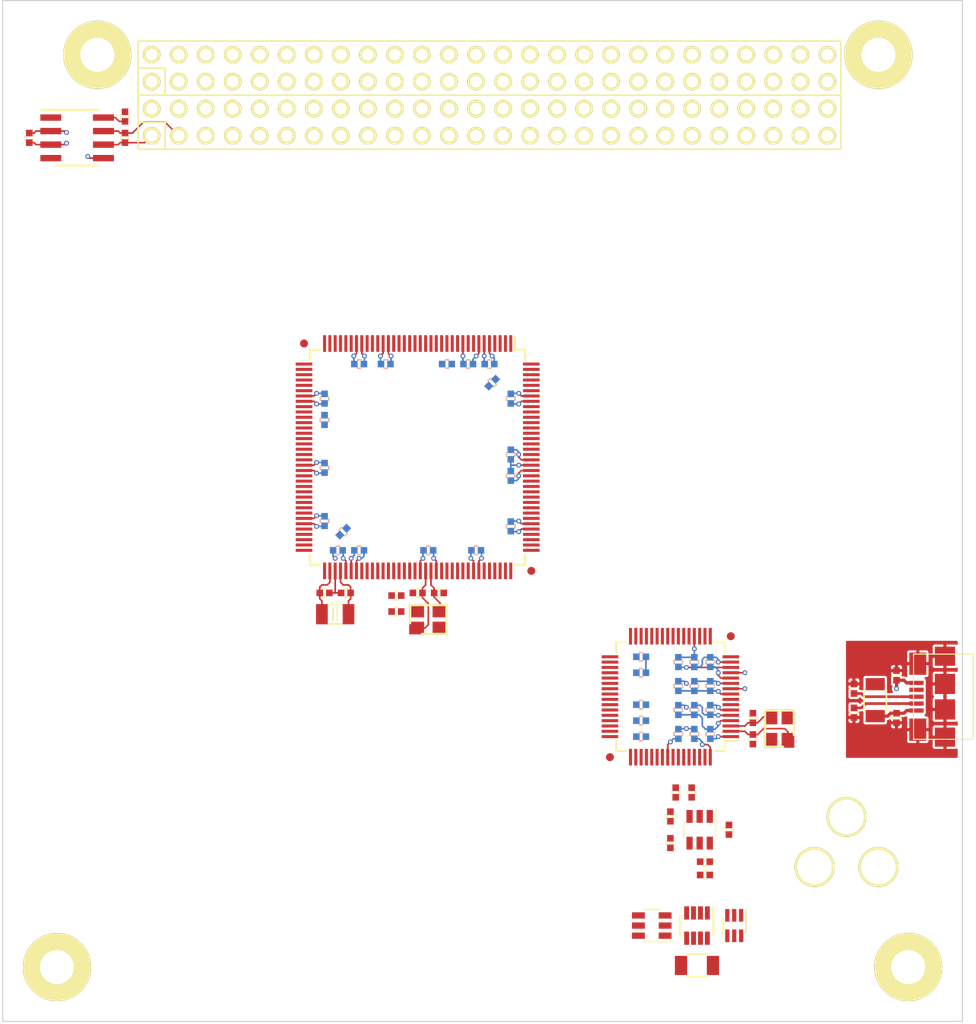
<source format=kicad_pcb>
(kicad_pcb (version 3) (host pcbnew "(2013-07-07 BZR 4022)-stable")
  (layers (15 F.Cu signal) (2 Inner2.Cu power) (1 Inner1.Cu power) (0 B.Cu signal) (18 B.Paste user) (19 F.Paste user) (20 B.SilkS user hide) (21 F.SilkS user hide) (22 B.Mask user) (23 F.Mask user) (28 Edge.Cuts user))
  (net 0 "")
  (net 1 +1.8V)
  (net 2 +3.3V)
  (net 3 +3.3VP)
  (net 4 +5VP)
  (net 5 +BATT)
  (net 6 /Core/ADCS0)
  (net 7 /Core/ADCS1)
  (net 8 /Core/ADCS2)
  (net 9 /Core/ADCS3)
  (net 10 /Core/ADCS4)
  (net 11 /Core/ADCS5)
  (net 12 /Core/ADCS6)
  (net 13 /Core/ADCS7)
  (net 14 /Core/CANH)
  (net 15 /Core/CANL)
  (net 16 /Core/GNDX)
  (net 17 /Core/OSC0)
  (net 18 /Core/OSC1)
  (net 19 /Core/RST)
  (net 20 /Core/TCK)
  (net 21 /Core/TDI)
  (net 22 /Core/TDO)
  (net 23 /Core/TMS)
  (net 24 /Core/XOSC0)
  (net 25 /Core/XOSC1)
  (net 26 "/CubeSat Bus/S0")
  (net 27 "/CubeSat Bus/S1")
  (net 28 "/CubeSat Bus/S2")
  (net 29 "/CubeSat Bus/S3")
  (net 30 "/CubeSat Bus/S4")
  (net 31 "/CubeSat Bus/S5")
  (net 32 "/Interface Port/CLK")
  (net 33 "/Interface Port/CS")
  (net 34 "/Interface Port/D+")
  (net 35 "/Interface Port/D-")
  (net 36 "/Interface Port/DAT")
  (net 37 "/Interface Port/OSCI")
  (net 38 "/Interface Port/OSCO")
  (net 39 "/Interface Port/PwrSav")
  (net 40 "/Interface Port/Reset")
  (net 41 "/Interface Port/Shield")
  (net 42 DGND)
  (net 43 GND)
  (net 44 N-00000102)
  (net 45 N-00000106)
  (net 46 N-00000109)
  (net 47 N-00000110)
  (net 48 N-00000113)
  (net 49 N-00000115)
  (net 50 N-00000120)
  (net 51 N-00000206)
  (net 52 N-0000090)
  (net 53 N-0000091)
  (net 54 N-0000092)
  (net 55 N-0000094)
  (net 56 N-0000095)
  (net 57 N-0000096)
  (net 58 N-0000097)
  (net 59 VCOM)
  (net 60 VMEM)
  (module CUBESAT-BUS (layer F.Cu) (at 100 145)
    (fp_text reference H1 hide)
    (fp_text value CUBESAT-BUS hide)
    (pad M1 thru_hole circle (at 5.1 -5.1) (size 6.4 6.4) (drill 3.2) (layers *.Cu *.Mask F.SilkS))
    (pad M2 thru_hole circle (at 85.1 -5.1) (size 6.4 6.4) (drill 3.2) (layers *.Cu *.Mask F.SilkS))
    (pad M3 thru_hole circle (at 82.3 -90.8) (size 6.4 6.4) (drill 3.2) (layers *.Cu *.Mask F.SilkS))
    (pad M4 thru_hole circle (at 8.9 -90.8) (size 6.4 6.4) (drill 3.2) (layers *.Cu *.Mask F.SilkS))
    (pad 1.1 thru_hole circle (at 14 -83.2) (size 1.65 1.65) (drill 1.1) (layers *.Cu *.Mask F.SilkS) (net 15 /Core/CANL))
    (pad 1.2 thru_hole circle (at 14 -85.74) (size 1.65 1.65) (drill 1.1) (layers *.Cu *.Mask F.SilkS))
    (pad 2.1 thru_hole circle (at 14 -88.28) (size 1.65 1.65) (drill 1.1) (layers *.Cu *.Mask F.SilkS))
    (pad 1.3 thru_hole circle (at 16.54 -83.2) (size 1.65 1.65) (drill 1.1) (layers *.Cu *.Mask F.SilkS) (net 14 /Core/CANH))
    (pad 1.4 thru_hole circle (at 16.54 -85.74) (size 1.65 1.65) (drill 1.1) (layers *.Cu *.Mask F.SilkS))
    (pad 1.5 thru_hole circle (at 19.08 -83.2) (size 1.65 1.65) (drill 1.1) (layers *.Cu *.Mask F.SilkS))
    (pad 1.6 thru_hole circle (at 19.08 -85.74) (size 1.65 1.65) (drill 1.1) (layers *.Cu *.Mask F.SilkS))
    (pad 1.7 thru_hole circle (at 21.62 -83.2) (size 1.65 1.65) (drill 1.1) (layers *.Cu *.Mask F.SilkS))
    (pad 1.8 thru_hole circle (at 21.62 -85.74) (size 1.65 1.65) (drill 1.1) (layers *.Cu *.Mask F.SilkS))
    (pad 1.9 thru_hole circle (at 24.16 -83.2) (size 1.65 1.65) (drill 1.1) (layers *.Cu *.Mask F.SilkS))
    (pad 1.10 thru_hole circle (at 24.16 -85.74) (size 1.65 1.65) (drill 1.1) (layers *.Cu *.Mask F.SilkS))
    (pad 1.11 thru_hole circle (at 26.7 -83.2) (size 1.65 1.65) (drill 1.1) (layers *.Cu *.Mask F.SilkS))
    (pad 1.12 thru_hole circle (at 26.7 -85.74) (size 1.65 1.65) (drill 1.1) (layers *.Cu *.Mask F.SilkS))
    (pad 1.13 thru_hole circle (at 29.24 -83.2) (size 1.65 1.65) (drill 1.1) (layers *.Cu *.Mask F.SilkS))
    (pad 1.14 thru_hole circle (at 29.24 -85.74) (size 1.65 1.65) (drill 1.1) (layers *.Cu *.Mask F.SilkS))
    (pad 1.15 thru_hole circle (at 31.78 -83.2) (size 1.65 1.65) (drill 1.1) (layers *.Cu *.Mask F.SilkS))
    (pad 1.16 thru_hole circle (at 31.78 -85.74) (size 1.65 1.65) (drill 1.1) (layers *.Cu *.Mask F.SilkS))
    (pad 1.17 thru_hole circle (at 34.32 -83.2) (size 1.65 1.65) (drill 1.1) (layers *.Cu *.Mask F.SilkS))
    (pad 1.18 thru_hole circle (at 34.32 -85.74) (size 1.65 1.65) (drill 1.1) (layers *.Cu *.Mask F.SilkS))
    (pad 1.19 thru_hole circle (at 36.86 -83.2) (size 1.65 1.65) (drill 1.1) (layers *.Cu *.Mask F.SilkS))
    (pad 1.20 thru_hole circle (at 36.86 -85.74) (size 1.65 1.65) (drill 1.1) (layers *.Cu *.Mask F.SilkS))
    (pad 1.21 thru_hole circle (at 39.4 -83.2) (size 1.65 1.65) (drill 1.1) (layers *.Cu *.Mask F.SilkS))
    (pad 1.22 thru_hole circle (at 39.4 -85.74) (size 1.65 1.65) (drill 1.1) (layers *.Cu *.Mask F.SilkS))
    (pad 1.23 thru_hole circle (at 41.94 -83.2) (size 1.65 1.65) (drill 1.1) (layers *.Cu *.Mask F.SilkS))
    (pad 1.24 thru_hole circle (at 41.94 -85.74) (size 1.65 1.65) (drill 1.1) (layers *.Cu *.Mask F.SilkS))
    (pad 1.25 thru_hole circle (at 44.48 -83.2) (size 1.65 1.65) (drill 1.1) (layers *.Cu *.Mask F.SilkS))
    (pad 1.26 thru_hole circle (at 44.48 -85.74) (size 1.65 1.65) (drill 1.1) (layers *.Cu *.Mask F.SilkS))
    (pad 1.27 thru_hole circle (at 47.02 -83.2) (size 1.65 1.65) (drill 1.1) (layers *.Cu *.Mask F.SilkS))
    (pad 1.28 thru_hole circle (at 47.02 -85.74) (size 1.65 1.65) (drill 1.1) (layers *.Cu *.Mask F.SilkS))
    (pad 1.29 thru_hole circle (at 49.56 -83.2) (size 1.65 1.65) (drill 1.1) (layers *.Cu *.Mask F.SilkS))
    (pad 1.30 thru_hole circle (at 49.56 -85.74) (size 1.65 1.65) (drill 1.1) (layers *.Cu *.Mask F.SilkS))
    (pad 1.31 thru_hole circle (at 52.1 -83.2) (size 1.65 1.65) (drill 1.1) (layers *.Cu *.Mask F.SilkS))
    (pad 1.32 thru_hole circle (at 52.1 -85.74) (size 1.65 1.65) (drill 1.1) (layers *.Cu *.Mask F.SilkS) (net 59 VCOM))
    (pad 1.33 thru_hole circle (at 54.64 -83.2) (size 1.65 1.65) (drill 1.1) (layers *.Cu *.Mask F.SilkS))
    (pad 1.34 thru_hole circle (at 54.64 -85.74) (size 1.65 1.65) (drill 1.1) (layers *.Cu *.Mask F.SilkS))
    (pad 1.35 thru_hole circle (at 57.18 -83.2) (size 1.65 1.65) (drill 1.1) (layers *.Cu *.Mask F.SilkS))
    (pad 1.36 thru_hole circle (at 57.18 -85.74) (size 1.65 1.65) (drill 1.1) (layers *.Cu *.Mask F.SilkS))
    (pad 1.37 thru_hole circle (at 59.72 -83.2) (size 1.65 1.65) (drill 1.1) (layers *.Cu *.Mask F.SilkS))
    (pad 1.38 thru_hole circle (at 59.72 -85.74) (size 1.65 1.65) (drill 1.1) (layers *.Cu *.Mask F.SilkS))
    (pad 1.39 thru_hole circle (at 62.26 -83.2) (size 1.65 1.65) (drill 1.1) (layers *.Cu *.Mask F.SilkS))
    (pad 1.40 thru_hole circle (at 62.26 -85.74) (size 1.65 1.65) (drill 1.1) (layers *.Cu *.Mask F.SilkS))
    (pad 1.41 thru_hole circle (at 64.8 -83.2) (size 1.65 1.65) (drill 1.1) (layers *.Cu *.Mask F.SilkS))
    (pad 1.42 thru_hole circle (at 64.8 -85.74) (size 1.65 1.65) (drill 1.1) (layers *.Cu *.Mask F.SilkS) (net 60 VMEM))
    (pad 1.43 thru_hole circle (at 67.34 -83.2) (size 1.65 1.65) (drill 1.1) (layers *.Cu *.Mask F.SilkS))
    (pad 1.44 thru_hole circle (at 67.34 -85.74) (size 1.65 1.65) (drill 1.1) (layers *.Cu *.Mask F.SilkS))
    (pad 1.45 thru_hole circle (at 69.88 -83.2) (size 1.65 1.65) (drill 1.1) (layers *.Cu *.Mask F.SilkS))
    (pad 1.46 thru_hole circle (at 69.88 -85.74) (size 1.65 1.65) (drill 1.1) (layers *.Cu *.Mask F.SilkS))
    (pad 1.47 thru_hole circle (at 72.42 -83.2) (size 1.65 1.65) (drill 1.1) (layers *.Cu *.Mask F.SilkS))
    (pad 1.48 thru_hole circle (at 72.42 -85.74) (size 1.65 1.65) (drill 1.1) (layers *.Cu *.Mask F.SilkS))
    (pad 1.49 thru_hole circle (at 74.96 -83.2) (size 1.65 1.65) (drill 1.1) (layers *.Cu *.Mask F.SilkS))
    (pad 1.50 thru_hole circle (at 74.96 -85.74) (size 1.65 1.65) (drill 1.1) (layers *.Cu *.Mask F.SilkS))
    (pad 1.51 thru_hole circle (at 77.5 -83.2) (size 1.65 1.65) (drill 1.1) (layers *.Cu *.Mask F.SilkS))
    (pad 1.52 thru_hole circle (at 77.5 -85.74) (size 1.65 1.65) (drill 1.1) (layers *.Cu *.Mask F.SilkS))
    (pad 2.2 thru_hole circle (at 14 -90.82) (size 1.65 1.65) (drill 1.1) (layers *.Cu *.Mask F.SilkS))
    (pad 2.3 thru_hole circle (at 16.54 -88.28) (size 1.65 1.65) (drill 1.1) (layers *.Cu *.Mask F.SilkS))
    (pad 2.4 thru_hole circle (at 16.54 -90.82) (size 1.65 1.65) (drill 1.1) (layers *.Cu *.Mask F.SilkS))
    (pad 2.5 thru_hole circle (at 19.08 -88.28) (size 1.65 1.65) (drill 1.1) (layers *.Cu *.Mask F.SilkS))
    (pad 2.6 thru_hole circle (at 19.08 -90.82) (size 1.65 1.65) (drill 1.1) (layers *.Cu *.Mask F.SilkS))
    (pad 2.7 thru_hole circle (at 21.62 -88.28) (size 1.65 1.65) (drill 1.1) (layers *.Cu *.Mask F.SilkS))
    (pad 2.8 thru_hole circle (at 21.62 -90.82) (size 1.65 1.65) (drill 1.1) (layers *.Cu *.Mask F.SilkS))
    (pad 2.9 thru_hole circle (at 24.16 -88.28) (size 1.65 1.65) (drill 1.1) (layers *.Cu *.Mask F.SilkS))
    (pad 2.10 thru_hole circle (at 24.16 -90.82) (size 1.65 1.65) (drill 1.1) (layers *.Cu *.Mask F.SilkS))
    (pad 2.11 thru_hole circle (at 26.7 -88.28) (size 1.65 1.65) (drill 1.1) (layers *.Cu *.Mask F.SilkS))
    (pad 2.12 thru_hole circle (at 26.7 -90.82) (size 1.65 1.65) (drill 1.1) (layers *.Cu *.Mask F.SilkS))
    (pad 2.13 thru_hole circle (at 29.24 -88.28) (size 1.65 1.65) (drill 1.1) (layers *.Cu *.Mask F.SilkS))
    (pad 2.14 thru_hole circle (at 29.24 -90.82) (size 1.65 1.65) (drill 1.1) (layers *.Cu *.Mask F.SilkS))
    (pad 2.15 thru_hole circle (at 31.78 -88.28) (size 1.65 1.65) (drill 1.1) (layers *.Cu *.Mask F.SilkS))
    (pad 2.16 thru_hole circle (at 31.78 -90.82) (size 1.65 1.65) (drill 1.1) (layers *.Cu *.Mask F.SilkS))
    (pad 2.17 thru_hole circle (at 34.32 -88.28) (size 1.65 1.65) (drill 1.1) (layers *.Cu *.Mask F.SilkS) (net 6 /Core/ADCS0))
    (pad 2.18 thru_hole circle (at 34.32 -90.82) (size 1.65 1.65) (drill 1.1) (layers *.Cu *.Mask F.SilkS) (net 7 /Core/ADCS1))
    (pad 2.19 thru_hole circle (at 36.86 -88.28) (size 1.65 1.65) (drill 1.1) (layers *.Cu *.Mask F.SilkS) (net 8 /Core/ADCS2))
    (pad 2.20 thru_hole circle (at 36.86 -90.82) (size 1.65 1.65) (drill 1.1) (layers *.Cu *.Mask F.SilkS) (net 9 /Core/ADCS3))
    (pad 2.21 thru_hole circle (at 39.4 -88.28) (size 1.65 1.65) (drill 1.1) (layers *.Cu *.Mask F.SilkS) (net 10 /Core/ADCS4))
    (pad 2.22 thru_hole circle (at 39.4 -90.82) (size 1.65 1.65) (drill 1.1) (layers *.Cu *.Mask F.SilkS) (net 11 /Core/ADCS5))
    (pad 2.23 thru_hole circle (at 41.94 -88.28) (size 1.65 1.65) (drill 1.1) (layers *.Cu *.Mask F.SilkS) (net 12 /Core/ADCS6))
    (pad 2.24 thru_hole circle (at 41.94 -90.82) (size 1.65 1.65) (drill 1.1) (layers *.Cu *.Mask F.SilkS) (net 13 /Core/ADCS7))
    (pad 2.25 thru_hole circle (at 44.48 -88.28) (size 1.65 1.65) (drill 1.1) (layers *.Cu *.Mask F.SilkS) (net 4 +5VP))
    (pad 2.26 thru_hole circle (at 44.48 -90.82) (size 1.65 1.65) (drill 1.1) (layers *.Cu *.Mask F.SilkS) (net 4 +5VP))
    (pad 2.27 thru_hole circle (at 47.02 -88.28) (size 1.65 1.65) (drill 1.1) (layers *.Cu *.Mask F.SilkS) (net 3 +3.3VP))
    (pad 2.28 thru_hole circle (at 47.02 -90.82) (size 1.65 1.65) (drill 1.1) (layers *.Cu *.Mask F.SilkS) (net 3 +3.3VP))
    (pad 2.29 thru_hole circle (at 49.56 -88.28) (size 1.65 1.65) (drill 1.1) (layers *.Cu *.Mask F.SilkS) (net 42 DGND))
    (pad 2.30 thru_hole circle (at 49.56 -90.82) (size 1.65 1.65) (drill 1.1) (layers *.Cu *.Mask F.SilkS) (net 42 DGND))
    (pad 2.31 thru_hole circle (at 52.1 -88.28) (size 1.65 1.65) (drill 1.1) (layers *.Cu *.Mask F.SilkS))
    (pad 2.32 thru_hole circle (at 52.1 -90.82) (size 1.65 1.65) (drill 1.1) (layers *.Cu *.Mask F.SilkS) (net 42 DGND))
    (pad 2.33 thru_hole circle (at 54.64 -88.28) (size 1.65 1.65) (drill 1.1) (layers *.Cu *.Mask F.SilkS) (net 26 "/CubeSat Bus/S0"))
    (pad 2.34 thru_hole circle (at 54.64 -90.82) (size 1.65 1.65) (drill 1.1) (layers *.Cu *.Mask F.SilkS) (net 26 "/CubeSat Bus/S0"))
    (pad 2.35 thru_hole circle (at 57.18 -88.28) (size 1.65 1.65) (drill 1.1) (layers *.Cu *.Mask F.SilkS) (net 27 "/CubeSat Bus/S1"))
    (pad 2.36 thru_hole circle (at 57.18 -90.82) (size 1.65 1.65) (drill 1.1) (layers *.Cu *.Mask F.SilkS) (net 27 "/CubeSat Bus/S1"))
    (pad 2.37 thru_hole circle (at 59.72 -88.28) (size 1.65 1.65) (drill 1.1) (layers *.Cu *.Mask F.SilkS) (net 28 "/CubeSat Bus/S2"))
    (pad 2.38 thru_hole circle (at 59.72 -90.82) (size 1.65 1.65) (drill 1.1) (layers *.Cu *.Mask F.SilkS) (net 28 "/CubeSat Bus/S2"))
    (pad 2.39 thru_hole circle (at 62.26 -88.28) (size 1.65 1.65) (drill 1.1) (layers *.Cu *.Mask F.SilkS) (net 29 "/CubeSat Bus/S3"))
    (pad 2.40 thru_hole circle (at 62.26 -90.82) (size 1.65 1.65) (drill 1.1) (layers *.Cu *.Mask F.SilkS) (net 29 "/CubeSat Bus/S3"))
    (pad 2.41 thru_hole circle (at 64.8 -88.28) (size 1.65 1.65) (drill 1.1) (layers *.Cu *.Mask F.SilkS) (net 30 "/CubeSat Bus/S4"))
    (pad 2.42 thru_hole circle (at 64.8 -90.82) (size 1.65 1.65) (drill 1.1) (layers *.Cu *.Mask F.SilkS) (net 30 "/CubeSat Bus/S4"))
    (pad 2.43 thru_hole circle (at 67.34 -88.28) (size 1.65 1.65) (drill 1.1) (layers *.Cu *.Mask F.SilkS) (net 31 "/CubeSat Bus/S5"))
    (pad 2.44 thru_hole circle (at 67.34 -90.82) (size 1.65 1.65) (drill 1.1) (layers *.Cu *.Mask F.SilkS) (net 31 "/CubeSat Bus/S5"))
    (pad 2.45 thru_hole circle (at 69.88 -88.28) (size 1.65 1.65) (drill 1.1) (layers *.Cu *.Mask F.SilkS) (net 5 +BATT))
    (pad 2.46 thru_hole circle (at 69.88 -90.82) (size 1.65 1.65) (drill 1.1) (layers *.Cu *.Mask F.SilkS) (net 5 +BATT))
    (pad 2.47 thru_hole circle (at 72.42 -88.28) (size 1.65 1.65) (drill 1.1) (layers *.Cu *.Mask F.SilkS))
    (pad 2.48 thru_hole circle (at 72.42 -90.82) (size 1.65 1.65) (drill 1.1) (layers *.Cu *.Mask F.SilkS))
    (pad 2.49 thru_hole circle (at 74.96 -88.28) (size 1.65 1.65) (drill 1.1) (layers *.Cu *.Mask F.SilkS))
    (pad 2.50 thru_hole circle (at 74.96 -90.82) (size 1.65 1.65) (drill 1.1) (layers *.Cu *.Mask F.SilkS))
    (pad 2.51 thru_hole circle (at 77.5 -88.28) (size 1.65 1.65) (drill 1.1) (layers *.Cu *.Mask F.SilkS))
    (pad 2.52 thru_hole circle (at 77.5 -90.82) (size 1.65 1.65) (drill 1.1) (layers *.Cu *.Mask F.SilkS))
  )
  (module RESC1005-N (layer F.Cu) (at 184 116.5 90)
    (fp_text reference R1 hide)
    (fp_text value MOV hide)
    (pad 1 smd rect (at -0.45 0 90) (size 0.62 0.62) (layers F.Cu F.Paste F.Mask) (net 41 "/Interface Port/Shield"))
    (pad 2 smd rect (at 0.45 0 90) (size 0.62 0.62) (layers F.Cu F.Paste F.Mask) (net 45 N-00000106))
  )
  (module RESC1005-N (layer F.Cu) (at 184 112.5 270)
    (fp_text reference R2 hide)
    (fp_text value MOV hide)
    (pad 1 smd rect (at -0.45 0 270) (size 0.62 0.62) (layers F.Cu F.Paste F.Mask) (net 41 "/Interface Port/Shield"))
    (pad 2 smd rect (at 0.45 0 270) (size 0.62 0.62) (layers F.Cu F.Paste F.Mask) (net 43 GND))
  )
  (module CAPC1005-N (layer F.Cu) (at 180 116 90)
    (fp_text reference D1 hide)
    (fp_text value TVS hide)
    (pad 1 smd rect (at -0.45 0 90) (size 0.62 0.62) (layers F.Cu F.Paste F.Mask) (net 41 "/Interface Port/Shield"))
    (pad 2 smd rect (at 0.45 0 90) (size 0.62 0.62) (layers F.Cu F.Paste F.Mask) (net 35 "/Interface Port/D-"))
  )
  (module CAPC1005-N (layer F.Cu) (at 180 113.75 270)
    (fp_text reference D2 hide)
    (fp_text value TVS hide)
    (pad 1 smd rect (at -0.45 0 270) (size 0.62 0.62) (layers F.Cu F.Paste F.Mask) (net 41 "/Interface Port/Shield"))
    (pad 2 smd rect (at 0.45 0 270) (size 0.62 0.62) (layers F.Cu F.Paste F.Mask) (net 34 "/Interface Port/D+"))
  )
  (module SOT95P280-6N (layer F.Cu) (at 165.5 127 180)
    (fp_text reference U2 hide)
    (fp_text value 93LC46/OT hide)
    (pad 1 smd rect (at -0.95 1.255 180) (size 0.59 1.21) (layers F.Cu F.Paste F.Mask) (net 48 N-00000113))
    (pad 6 smd rect (at -0.95 -1.255 180) (size 0.59 1.21) (layers F.Cu F.Paste F.Mask) (net 2 +3.3V))
    (pad 3 smd rect (at 0.95 1.255 180) (size 0.59 1.21) (layers F.Cu F.Paste F.Mask) (net 36 "/Interface Port/DAT"))
    (pad 2 smd rect (at 0 1.255 180) (size 0.59 1.21) (layers F.Cu F.Paste F.Mask) (net 43 GND))
    (pad 4 smd rect (at 0.95 -1.255 180) (size 0.59 1.21) (layers F.Cu F.Paste F.Mask) (net 32 "/Interface Port/CLK"))
    (pad 5 smd rect (at 0 -1.255 180) (size 0.59 1.21) (layers F.Cu F.Paste F.Mask) (net 33 "/Interface Port/CS"))
  )
  (module RESC1005-N (layer B.Cu) (at 166.5 115.75 90)
    (fp_text reference R3 hide)
    (fp_text value 12k hide)
    (pad 1 smd rect (at -0.45 0 90) (size 0.62 0.62) (layers B.Cu B.Paste B.Mask) (net 43 GND))
    (pad 2 smd rect (at 0.45 0 90) (size 0.62 0.62) (layers B.Cu B.Paste B.Mask) (net 44 N-00000102))
  )
  (module RESC1005-N (layer F.Cu) (at 163.25 123.5 90)
    (fp_text reference R6 hide)
    (fp_text value 10k hide)
    (pad 1 smd rect (at -0.45 0 90) (size 0.62 0.62) (layers F.Cu F.Paste F.Mask) (net 43 GND))
    (pad 2 smd rect (at 0.45 0 90) (size 0.62 0.62) (layers F.Cu F.Paste F.Mask) (net 39 "/Interface Port/PwrSav"))
  )
  (module RESC1005-N (layer F.Cu) (at 162.75 128.25 270)
    (fp_text reference R10 hide)
    (fp_text value 10k hide)
    (pad 1 smd rect (at -0.45 0 270) (size 0.62 0.62) (layers F.Cu F.Paste F.Mask) (net 48 N-00000113))
    (pad 2 smd rect (at 0.45 0 270) (size 0.62 0.62) (layers F.Cu F.Paste F.Mask) (net 2 +3.3V))
  )
  (module RESC1005-N (layer F.Cu) (at 162.75 125.75 270)
    (fp_text reference R7 hide)
    (fp_text value 2.2k hide)
    (pad 1 smd rect (at -0.45 0 270) (size 0.62 0.62) (layers F.Cu F.Paste F.Mask) (net 36 "/Interface Port/DAT"))
    (pad 2 smd rect (at 0.45 0 270) (size 0.62 0.62) (layers F.Cu F.Paste F.Mask) (net 48 N-00000113))
  )
  (module RESC1005-N (layer F.Cu) (at 164.75 123.5 270)
    (fp_text reference R5 hide)
    (fp_text value 10k hide)
    (pad 1 smd rect (at -0.45 0 270) (size 0.62 0.62) (layers F.Cu F.Paste F.Mask) (net 39 "/Interface Port/PwrSav"))
    (pad 2 smd rect (at 0.45 0 270) (size 0.62 0.62) (layers F.Cu F.Paste F.Mask) (net 59 VCOM))
  )
  (module RESC1005-N (layer B.Cu) (at 163.5 111.25 90)
    (fp_text reference R9 hide)
    (fp_text value 10k hide)
    (pad 1 smd rect (at -0.45 0 90) (size 0.62 0.62) (layers B.Cu B.Paste B.Mask) (net 40 "/Interface Port/Reset"))
    (pad 2 smd rect (at 0.45 0 90) (size 0.62 0.62) (layers B.Cu B.Paste B.Mask) (net 2 +3.3V))
  )
  (module RESC1005-N (layer F.Cu) (at 166 130)
    (fp_text reference R4 hide)
    (fp_text value 10k hide)
    (pad 1 smd rect (at -0.45 0) (size 0.62 0.62) (layers F.Cu F.Paste F.Mask) (net 33 "/Interface Port/CS"))
    (pad 2 smd rect (at 0.45 0) (size 0.62 0.62) (layers F.Cu F.Paste F.Mask) (net 2 +3.3V))
  )
  (module RESC1005-N (layer F.Cu) (at 166 131.25)
    (fp_text reference R8 hide)
    (fp_text value 10k hide)
    (pad 1 smd rect (at -0.45 0) (size 0.62 0.62) (layers F.Cu F.Paste F.Mask) (net 32 "/Interface Port/CLK"))
    (pad 2 smd rect (at 0.45 0) (size 0.62 0.62) (layers F.Cu F.Paste F.Mask) (net 2 +3.3V))
  )
  (module INDC1005-N (layer B.Cu) (at 163.5 113.5 90)
    (fp_text reference FB1 hide)
    (fp_text value 600 hide)
    (pad 1 smd rect (at -0.45 0 90) (size 0.62 0.62) (layers B.Cu B.Paste B.Mask) (net 47 N-00000110))
    (pad 2 smd rect (at 0.45 0 90) (size 0.62 0.62) (layers B.Cu B.Paste B.Mask) (net 2 +3.3V))
  )
  (module INDC1005-N (layer B.Cu) (at 163.5 115.75 90)
    (fp_text reference FB2 hide)
    (fp_text value 600 hide)
    (pad 1 smd rect (at -0.45 0 90) (size 0.62 0.62) (layers B.Cu B.Paste B.Mask) (net 46 N-00000109))
    (pad 2 smd rect (at 0.45 0 90) (size 0.62 0.62) (layers B.Cu B.Paste B.Mask) (net 2 +3.3V))
  )
  (module CAPC1005-N (layer B.Cu) (at 160 112.25)
    (fp_text reference C13 hide)
    (fp_text value 0.1uF hide)
    (pad 1 smd rect (at -0.45 0) (size 0.62 0.62) (layers B.Cu B.Paste B.Mask) (net 1 +1.8V))
    (pad 2 smd rect (at 0.45 0) (size 0.62 0.62) (layers B.Cu B.Paste B.Mask) (net 43 GND))
  )
  (module CAPC1005-N (layer F.Cu) (at 170.5 118.5 270)
    (fp_text reference C11 hide)
    (fp_text value 10pF hide)
    (pad 1 smd rect (at -0.45 0 270) (size 0.62 0.62) (layers F.Cu F.Paste F.Mask) (net 37 "/Interface Port/OSCI"))
    (pad 2 smd rect (at 0.45 0 270) (size 0.62 0.62) (layers F.Cu F.Paste F.Mask) (net 43 GND))
  )
  (module CAPC1005-N (layer F.Cu) (at 170.5 116.5 90)
    (fp_text reference C14 hide)
    (fp_text value 10pF hide)
    (pad 1 smd rect (at -0.45 0 90) (size 0.62 0.62) (layers F.Cu F.Paste F.Mask) (net 38 "/Interface Port/OSCO"))
    (pad 2 smd rect (at 0.45 0 90) (size 0.62 0.62) (layers F.Cu F.Paste F.Mask) (net 43 GND))
  )
  (module CAPC1005-N (layer B.Cu) (at 165 113.5 90)
    (fp_text reference C1 hide)
    (fp_text value 3.3uF hide)
    (pad 1 smd rect (at -0.45 0 90) (size 0.62 0.62) (layers B.Cu B.Paste B.Mask) (net 47 N-00000110))
    (pad 2 smd rect (at 0.45 0 90) (size 0.62 0.62) (layers B.Cu B.Paste B.Mask) (net 43 GND))
  )
  (module CAPC1005-N (layer B.Cu) (at 165 115.75 90)
    (fp_text reference C3 hide)
    (fp_text value 3.3uF hide)
    (pad 1 smd rect (at -0.45 0 90) (size 0.62 0.62) (layers B.Cu B.Paste B.Mask) (net 46 N-00000109))
    (pad 2 smd rect (at 0.45 0 90) (size 0.62 0.62) (layers B.Cu B.Paste B.Mask) (net 43 GND))
  )
  (module CAPC1005-N (layer F.Cu) (at 168.25 127 90)
    (fp_text reference C15 hide)
    (fp_text value 0.1uF hide)
    (pad 1 smd rect (at -0.45 0 90) (size 0.62 0.62) (layers F.Cu F.Paste F.Mask) (net 2 +3.3V))
    (pad 2 smd rect (at 0.45 0 90) (size 0.62 0.62) (layers F.Cu F.Paste F.Mask) (net 43 GND))
  )
  (module CAPC1005-N (layer B.Cu) (at 160 116.75)
    (fp_text reference C6 hide)
    (fp_text value 3.3uF hide)
    (pad 1 smd rect (at -0.45 0) (size 0.62 0.62) (layers B.Cu B.Paste B.Mask) (net 1 +1.8V))
    (pad 2 smd rect (at 0.45 0) (size 0.62 0.62) (layers B.Cu B.Paste B.Mask) (net 43 GND))
  )
  (module CAPC1005-N (layer B.Cu) (at 165 118 90)
    (fp_text reference C16 hide)
    (fp_text value 0.1uF hide)
    (pad 1 smd rect (at -0.45 0 90) (size 0.62 0.62) (layers B.Cu B.Paste B.Mask) (net 1 +1.8V))
    (pad 2 smd rect (at 0.45 0 90) (size 0.62 0.62) (layers B.Cu B.Paste B.Mask) (net 43 GND))
  )
  (module CAPC1005-N (layer B.Cu) (at 166.5 111.25 90)
    (fp_text reference C12 hide)
    (fp_text value 0.1uF hide)
    (pad 1 smd rect (at -0.45 0 90) (size 0.62 0.62) (layers B.Cu B.Paste B.Mask) (net 1 +1.8V))
    (pad 2 smd rect (at 0.45 0 90) (size 0.62 0.62) (layers B.Cu B.Paste B.Mask) (net 43 GND))
  )
  (module CAPC1005-N (layer B.Cu) (at 166.5 113.5 90)
    (fp_text reference C2 hide)
    (fp_text value 0.1uF hide)
    (pad 1 smd rect (at -0.45 0 90) (size 0.62 0.62) (layers B.Cu B.Paste B.Mask) (net 47 N-00000110))
    (pad 2 smd rect (at 0.45 0 90) (size 0.62 0.62) (layers B.Cu B.Paste B.Mask) (net 43 GND))
  )
  (module CAPC1005-N (layer B.Cu) (at 166.5 118 270)
    (fp_text reference C4 hide)
    (fp_text value 0.1uF hide)
    (pad 1 smd rect (at -0.45 0 270) (size 0.62 0.62) (layers B.Cu B.Paste B.Mask) (net 46 N-00000109))
    (pad 2 smd rect (at 0.45 0 270) (size 0.62 0.62) (layers B.Cu B.Paste B.Mask) (net 43 GND))
  )
  (module CAPC1005-N (layer B.Cu) (at 160 118.25)
    (fp_text reference C5 hide)
    (fp_text value 0.1uF hide)
    (pad 1 smd rect (at -0.45 0) (size 0.62 0.62) (layers B.Cu B.Paste B.Mask) (net 2 +3.3V))
    (pad 2 smd rect (at 0.45 0) (size 0.62 0.62) (layers B.Cu B.Paste B.Mask) (net 43 GND))
  )
  (module CAPC1005-N (layer B.Cu) (at 165 111.25 270)
    (fp_text reference C7 hide)
    (fp_text value 0.1uF hide)
    (pad 1 smd rect (at -0.45 0 270) (size 0.62 0.62) (layers B.Cu B.Paste B.Mask) (net 2 +3.3V))
    (pad 2 smd rect (at 0.45 0 270) (size 0.62 0.62) (layers B.Cu B.Paste B.Mask) (net 43 GND))
  )
  (module CAPC1005-N (layer B.Cu) (at 160 110.75)
    (fp_text reference C8 hide)
    (fp_text value 0.1uF hide)
    (pad 1 smd rect (at -0.45 0) (size 0.62 0.62) (layers B.Cu B.Paste B.Mask) (net 2 +3.3V))
    (pad 2 smd rect (at 0.45 0) (size 0.62 0.62) (layers B.Cu B.Paste B.Mask) (net 43 GND))
  )
  (module CAPC1005-N (layer B.Cu) (at 160 115.25)
    (fp_text reference C9 hide)
    (fp_text value 0.1uF hide)
    (pad 1 smd rect (at -0.45 0) (size 0.62 0.62) (layers B.Cu B.Paste B.Mask) (net 2 +3.3V))
    (pad 2 smd rect (at 0.45 0) (size 0.62 0.62) (layers B.Cu B.Paste B.Mask) (net 43 GND))
  )
  (module CAPC1005-N (layer B.Cu) (at 163.5 118 90)
    (fp_text reference C10 hide)
    (fp_text value 0.1uF hide)
    (pad 1 smd rect (at -0.45 0 90) (size 0.62 0.62) (layers B.Cu B.Paste B.Mask) (net 2 +3.3V))
    (pad 2 smd rect (at 0.45 0 90) (size 0.62 0.62) (layers B.Cu B.Paste B.Mask) (net 43 GND))
  )
  (module CONN-DC-CUI-202 (layer F.Cu) (at 190 130.5 270)
    (fp_text reference J2 hide)
    (fp_text value CONN-DC hide)
    (pad 1 thru_hole circle (at 0 13.7 270) (size 3.75 3.75) (drill 3.25) (layers *.Cu *.Mask F.SilkS) (net 54 N-0000092))
    (pad 2 thru_hole circle (at 0 7.7 270) (size 3.75 3.75) (drill 3.25) (layers *.Cu *.Mask F.SilkS))
    (pad 3 thru_hole circle (at -4.7 10.7 270) (size 3.75 3.75) (drill 3.25) (layers *.Cu *.Mask F.SilkS))
  )
  (module CONN-USB-MICRO-B-FCI (layer F.Cu) (at 190 114.5 90)
    (fp_text reference J1 hide)
    (fp_text value USB hide)
    (pad S smd rect (at -1.19888 -1.4478 90) (size 1.89738 1.89738) (layers F.Cu F.Paste F.Mask) (net 41 "/Interface Port/Shield"))
    (pad S smd rect (at 1.19888 -1.4478 90) (size 1.89992 1.89738) (layers F.Cu F.Paste F.Mask) (net 41 "/Interface Port/Shield"))
    (pad S smd rect (at 3.79984 -1.4478 90) (size 1.79578 1.89738) (layers F.Cu F.Paste F.Mask) (net 41 "/Interface Port/Shield"))
    (pad S smd rect (at -3.0988 -3.99796 90) (size 2.0955 1.59766) (layers F.Cu F.Paste F.Mask) (net 41 "/Interface Port/Shield"))
    (pad 1 smd rect (at -1.29794 -4.12496 90) (size 0.39878 1.3462) (layers F.Cu F.Paste F.Mask) (net 45 N-00000106) (clearance 0.2032))
    (pad 2 smd rect (at -0.6477 -4.12496 90) (size 0.39878 1.3462) (layers F.Cu F.Paste F.Mask) (net 35 "/Interface Port/D-") (clearance 0.2032))
    (pad 3 smd rect (at 0 -4.12496 90) (size 0.39878 1.3462) (layers F.Cu F.Paste F.Mask) (net 34 "/Interface Port/D+") (clearance 0.2032))
    (pad 4 smd rect (at 0.6477 -4.12496 90) (size 0.39878 1.3462) (layers F.Cu F.Paste F.Mask) (clearance 0.2032))
    (pad 5 smd rect (at 1.29794 -4.12496 90) (size 0.39878 1.3462) (layers F.Cu F.Paste F.Mask) (net 43 GND) (clearance 0.2032))
    (pad S smd rect (at 3.0988 -3.99796 90) (size 2.0955 1.59766) (layers F.Cu F.Paste F.Mask) (net 41 "/Interface Port/Shield"))
    (pad S smd rect (at -3.79984 -1.4478 90) (size 1.79578 1.89738) (layers F.Cu F.Paste F.Mask) (net 41 "/Interface Port/Shield"))
  )
  (module RESC3216-N (layer F.Cu) (at 182 114.825 270)
    (fp_text reference TH1 hide)
    (fp_text value PTC hide)
    (pad 1 smd rect (at -1.5 0 270) (size 1.15 1.8) (layers F.Cu F.Paste F.Mask) (net 59 VCOM))
    (pad 2 smd rect (at 1.5 0 270) (size 1.15 1.8) (layers F.Cu F.Paste F.Mask) (net 45 N-00000106))
  )
  (module SOT95P280-6N (layer F.Cu) (at 161 136 90)
    (fp_text reference Q2 hide)
    (fp_text value FDC6561 hide)
    (pad 1 smd rect (at -0.95 1.255 90) (size 0.59 1.21) (layers F.Cu F.Paste F.Mask) (net 52 N-0000090))
    (pad 6 smd rect (at -0.95 -1.255 90) (size 0.59 1.21) (layers F.Cu F.Paste F.Mask) (net 55 N-0000094))
    (pad 3 smd rect (at 0.95 1.255 90) (size 0.59 1.21) (layers F.Cu F.Paste F.Mask) (net 52 N-0000090))
    (pad 2 smd rect (at 0 1.255 90) (size 0.59 1.21) (layers F.Cu F.Paste F.Mask) (net 58 N-0000097))
    (pad 4 smd rect (at 0.95 -1.255 90) (size 0.59 1.21) (layers F.Cu F.Paste F.Mask) (net 57 N-0000096))
    (pad 5 smd rect (at 0 -1.255 90) (size 0.59 1.21) (layers F.Cu F.Paste F.Mask) (net 58 N-0000097))
  )
  (module SOT65P280-8N (layer F.Cu) (at 165.25 136 180)
    (fp_text reference U3 hide)
    (fp_text value LTC4361-T hide)
    (pad 1 smd rect (at -0.975 1.185 180) (size 0.46 1.24) (layers F.Cu F.Paste F.Mask) (net 43 GND))
    (pad 2 smd rect (at -0.325 1.185 180) (size 0.46 1.24) (layers F.Cu F.Paste F.Mask) (net 57 N-0000096))
    (pad 3 smd rect (at 0.325 1.185 180) (size 0.46 1.24) (layers F.Cu F.Paste F.Mask) (net 56 N-0000095))
    (pad 4 smd rect (at 0.975 1.185 180) (size 0.46 1.24) (layers F.Cu F.Paste F.Mask) (net 43 GND))
    (pad 5 smd rect (at 0.975 -1.185 180) (size 0.46 1.24) (layers F.Cu F.Paste F.Mask) (net 53 N-0000091))
    (pad 6 smd rect (at 0.325 -1.185 180) (size 0.46 1.24) (layers F.Cu F.Paste F.Mask) (net 55 N-0000094))
    (pad 7 smd rect (at -0.325 -1.185 180) (size 0.46 1.24) (layers F.Cu F.Paste F.Mask) (net 52 N-0000090))
    (pad 8 smd rect (at -0.975 -1.185 180) (size 0.46 1.24) (layers F.Cu F.Paste F.Mask))
  )
  (module SOT65P210-DDGSDD-N (layer F.Cu) (at 168.75 136 180)
    (fp_text reference Q1 hide)
    (fp_text value MOSFET-P hide)
    (pad D smd rect (at -0.65 0.96 180) (size 0.4 1.19) (layers F.Cu F.Paste F.Mask) (net 54 N-0000092))
    (pad D smd rect (at 0 0.96 180) (size 0.4 1.19) (layers F.Cu F.Paste F.Mask) (net 54 N-0000092))
    (pad G smd rect (at 0.65 0.96 180) (size 0.4 1.19) (layers F.Cu F.Paste F.Mask) (net 56 N-0000095))
    (pad S smd rect (at 0.65 -0.96 180) (size 0.4 1.19) (layers F.Cu F.Paste F.Mask) (net 53 N-0000091))
    (pad D smd rect (at -0.65 -0.96 180) (size 0.4 1.19) (layers F.Cu F.Paste F.Mask) (net 54 N-0000092))
    (pad D smd rect (at 0 -0.96 180) (size 0.4 1.19) (layers F.Cu F.Paste F.Mask) (net 54 N-0000092))
  )
  (module RESC3216-N (layer F.Cu) (at 165.25 139.75)
    (fp_text reference R11 hide)
    (fp_text value 0.02 hide)
    (pad 1 smd rect (at -1.5 0) (size 1.15 1.8) (layers F.Cu F.Paste F.Mask) (net 53 N-0000091))
    (pad 2 smd rect (at 1.5 0) (size 1.15 1.8) (layers F.Cu F.Paste F.Mask) (net 55 N-0000094))
  )
  (module CAPC1005-N (layer B.Cu) (at 130.25 88.5 90)
    (fp_text reference C31 hide)
    (fp_text value 0.1uF hide)
    (pad 1 smd rect (at -0.45 0 90) (size 0.62 0.62) (layers B.Cu B.Paste B.Mask) (net 51 N-00000206))
    (pad 2 smd rect (at 0.45 0 90) (size 0.62 0.62) (layers B.Cu B.Paste B.Mask) (net 43 GND))
  )
  (module CAPC1005-N (layer B.Cu) (at 147.75 91.75 270)
    (fp_text reference C32 hide)
    (fp_text value 3.3uF hide)
    (pad 1 smd rect (at -0.45 0 270) (size 0.62 0.62) (layers B.Cu B.Paste B.Mask) (net 51 N-00000206))
    (pad 2 smd rect (at 0.45 0 270) (size 0.62 0.62) (layers B.Cu B.Paste B.Mask) (net 43 GND))
  )
  (module CAPC1005-N (layer B.Cu) (at 145.75 83.25 180)
    (fp_text reference C17 hide)
    (fp_text value 0.1uF hide)
    (pad 1 smd rect (at -0.45 0 180) (size 0.62 0.62) (layers B.Cu B.Paste B.Mask) (net 2 +3.3V))
    (pad 2 smd rect (at 0.45 0 180) (size 0.62 0.62) (layers B.Cu B.Paste B.Mask) (net 43 GND))
  )
  (module CAPC1005-N (layer B.Cu) (at 133.5 83.25 180)
    (fp_text reference C19 hide)
    (fp_text value 0.1uF hide)
    (pad 1 smd rect (at -0.45 0 180) (size 0.62 0.62) (layers B.Cu B.Paste B.Mask) (net 2 +3.3V))
    (pad 2 smd rect (at 0.45 0 180) (size 0.62 0.62) (layers B.Cu B.Paste B.Mask) (net 43 GND))
  )
  (module CAPC1005-N (layer B.Cu) (at 130.25 93 270)
    (fp_text reference C21 hide)
    (fp_text value 0.1uF hide)
    (pad 1 smd rect (at -0.45 0 270) (size 0.62 0.62) (layers B.Cu B.Paste B.Mask) (net 2 +3.3V))
    (pad 2 smd rect (at 0.45 0 270) (size 0.62 0.62) (layers B.Cu B.Paste B.Mask) (net 43 GND))
  )
  (module CAPC1005-N (layer B.Cu) (at 133.5 100.75)
    (fp_text reference C23 hide)
    (fp_text value 0.1uF hide)
    (pad 1 smd rect (at -0.45 0) (size 0.62 0.62) (layers B.Cu B.Paste B.Mask) (net 2 +3.3V))
    (pad 2 smd rect (at 0.45 0) (size 0.62 0.62) (layers B.Cu B.Paste B.Mask) (net 43 GND))
  )
  (module CAPC1005-N (layer B.Cu) (at 144.5 100.75)
    (fp_text reference C25 hide)
    (fp_text value 0.1uF hide)
    (pad 1 smd rect (at -0.45 0) (size 0.62 0.62) (layers B.Cu B.Paste B.Mask) (net 2 +3.3V))
    (pad 2 smd rect (at 0.45 0) (size 0.62 0.62) (layers B.Cu B.Paste B.Mask) (net 43 GND))
  )
  (module CAPC1005-N (layer B.Cu) (at 147.75 93.75 90)
    (fp_text reference C27 hide)
    (fp_text value 0.1uF hide)
    (pad 1 smd rect (at -0.45 0 90) (size 0.62 0.62) (layers B.Cu B.Paste B.Mask) (net 2 +3.3V))
    (pad 2 smd rect (at 0.45 0 90) (size 0.62 0.62) (layers B.Cu B.Paste B.Mask) (net 43 GND))
  )
  (module CAPC1005-N (layer B.Cu) (at 136 83.25 180)
    (fp_text reference C18 hide)
    (fp_text value 0.1uF hide)
    (pad 1 smd rect (at -0.45 0 180) (size 0.62 0.62) (layers B.Cu B.Paste B.Mask) (net 2 +3.3V))
    (pad 2 smd rect (at 0.45 0 180) (size 0.62 0.62) (layers B.Cu B.Paste B.Mask) (net 43 GND))
  )
  (module CAPC1005-N (layer B.Cu) (at 130.25 86.5 270)
    (fp_text reference C20 hide)
    (fp_text value 0.1uF hide)
    (pad 1 smd rect (at -0.45 0 270) (size 0.62 0.62) (layers B.Cu B.Paste B.Mask) (net 2 +3.3V))
    (pad 2 smd rect (at 0.45 0 270) (size 0.62 0.62) (layers B.Cu B.Paste B.Mask) (net 43 GND))
  )
  (module CAPC1005-N (layer B.Cu) (at 130.25 98 270)
    (fp_text reference C22 hide)
    (fp_text value 0.1uF hide)
    (pad 1 smd rect (at -0.45 0 270) (size 0.62 0.62) (layers B.Cu B.Paste B.Mask) (net 2 +3.3V))
    (pad 2 smd rect (at 0.45 0 270) (size 0.62 0.62) (layers B.Cu B.Paste B.Mask) (net 43 GND))
  )
  (module CAPC1005-N (layer B.Cu) (at 140 100.75 180)
    (fp_text reference C24 hide)
    (fp_text value 0.1uF hide)
    (pad 1 smd rect (at -0.45 0 180) (size 0.62 0.62) (layers B.Cu B.Paste B.Mask) (net 2 +3.3V))
    (pad 2 smd rect (at 0.45 0 180) (size 0.62 0.62) (layers B.Cu B.Paste B.Mask) (net 43 GND))
  )
  (module CAPC1005-N (layer B.Cu) (at 147.75 98.5 90)
    (fp_text reference C26 hide)
    (fp_text value 0.1uF hide)
    (pad 1 smd rect (at -0.45 0 90) (size 0.62 0.62) (layers B.Cu B.Paste B.Mask) (net 2 +3.3V))
    (pad 2 smd rect (at 0.45 0 90) (size 0.62 0.62) (layers B.Cu B.Paste B.Mask) (net 43 GND))
  )
  (module CAPC1005-N (layer B.Cu) (at 147.75 86.5 90)
    (fp_text reference C28 hide)
    (fp_text value 0.1uF hide)
    (pad 1 smd rect (at -0.45 0 90) (size 0.62 0.62) (layers B.Cu B.Paste B.Mask) (net 2 +3.3V))
    (pad 2 smd rect (at 0.45 0 90) (size 0.62 0.62) (layers B.Cu B.Paste B.Mask) (net 43 GND))
  )
  (module CAPC1005-N (layer B.Cu) (at 146 85 225)
    (fp_text reference C29 hide)
    (fp_text value 3.3uF hide)
    (pad 1 smd rect (at -0.45 0 225) (size 0.62 0.62) (layers B.Cu B.Paste B.Mask) (net 2 +3.3V))
    (pad 2 smd rect (at 0.45 0 225) (size 0.62 0.62) (layers B.Cu B.Paste B.Mask) (net 43 GND))
  )
  (module CAPC1005-N (layer B.Cu) (at 132 99 45)
    (fp_text reference C30 hide)
    (fp_text value 3.3uF hide)
    (pad 1 smd rect (at -0.45 0 45) (size 0.62 0.62) (layers B.Cu B.Paste B.Mask) (net 2 +3.3V))
    (pad 2 smd rect (at 0.45 0 45) (size 0.62 0.62) (layers B.Cu B.Paste B.Mask) (net 43 GND))
  )
  (module QFP50P2200X2200-144N (layer F.Cu) (at 139 92 180)
    (fp_text reference U4 hide)
    (fp_text value TM4C123GH6PGE hide)
    (pad 1 smd rect (at -8.75 10.68 180) (size 0.28 1.56) (layers F.Cu F.Paste F.Mask))
    (pad 2 smd rect (at -8.25 10.68 180) (size 0.28 1.56) (layers F.Cu F.Paste F.Mask))
    (pad 3 smd rect (at -7.75 10.68 180) (size 0.28 1.56) (layers F.Cu F.Paste F.Mask))
    (pad 4 smd rect (at -7.25 10.68 180) (size 0.28 1.56) (layers F.Cu F.Paste F.Mask))
    (pad 5 smd rect (at -6.75 10.68 180) (size 0.28 1.56) (layers F.Cu F.Paste F.Mask) (net 2 +3.3V))
    (pad 6 smd rect (at -6.25 10.68 180) (size 0.28 1.56) (layers F.Cu F.Paste F.Mask) (net 43 GND))
    (pad 7 smd rect (at -5.75 10.68 180) (size 0.28 1.56) (layers F.Cu F.Paste F.Mask) (net 49 N-00000115))
    (pad 8 smd rect (at -5.25 10.68 180) (size 0.28 1.56) (layers F.Cu F.Paste F.Mask))
    (pad 9 smd rect (at -4.75 10.68 180) (size 0.28 1.56) (layers F.Cu F.Paste F.Mask))
    (pad 10 smd rect (at -4.25 10.68 180) (size 0.28 1.56) (layers F.Cu F.Paste F.Mask) (net 43 GND))
    (pad 11 smd rect (at -3.75 10.68 180) (size 0.28 1.56) (layers F.Cu F.Paste F.Mask))
    (pad 12 smd rect (at -3.25 10.68 180) (size 0.28 1.56) (layers F.Cu F.Paste F.Mask))
    (pad 13 smd rect (at -2.75 10.68 180) (size 0.28 1.56) (layers F.Cu F.Paste F.Mask))
    (pad 14 smd rect (at -2.25 10.68 180) (size 0.28 1.56) (layers F.Cu F.Paste F.Mask))
    (pad 15 smd rect (at -1.75 10.68 180) (size 0.28 1.56) (layers F.Cu F.Paste F.Mask))
    (pad 16 smd rect (at -1.25 10.68 180) (size 0.28 1.56) (layers F.Cu F.Paste F.Mask))
    (pad 17 smd rect (at -0.75 10.68 180) (size 0.28 1.56) (layers F.Cu F.Paste F.Mask))
    (pad 18 smd rect (at -0.25 10.68 180) (size 0.28 1.56) (layers F.Cu F.Paste F.Mask))
    (pad 19 smd rect (at 0.25 10.68 180) (size 0.28 1.56) (layers F.Cu F.Paste F.Mask))
    (pad 20 smd rect (at 0.75 10.68 180) (size 0.28 1.56) (layers F.Cu F.Paste F.Mask))
    (pad 21 smd rect (at 1.25 10.68 180) (size 0.28 1.56) (layers F.Cu F.Paste F.Mask) (net 13 /Core/ADCS7))
    (pad 22 smd rect (at 1.75 10.68 180) (size 0.28 1.56) (layers F.Cu F.Paste F.Mask) (net 12 /Core/ADCS6))
    (pad 23 smd rect (at 2.25 10.68 180) (size 0.28 1.56) (layers F.Cu F.Paste F.Mask) (net 11 /Core/ADCS5))
    (pad 24 smd rect (at 2.75 10.68 180) (size 0.28 1.56) (layers F.Cu F.Paste F.Mask) (net 2 +3.3V))
    (pad 25 smd rect (at 3.25 10.68 180) (size 0.28 1.56) (layers F.Cu F.Paste F.Mask) (net 43 GND))
    (pad 26 smd rect (at 3.75 10.68 180) (size 0.28 1.56) (layers F.Cu F.Paste F.Mask) (net 10 /Core/ADCS4))
    (pad 27 smd rect (at 4.25 10.68 180) (size 0.28 1.56) (layers F.Cu F.Paste F.Mask) (net 9 /Core/ADCS3))
    (pad 28 smd rect (at 4.75 10.68 180) (size 0.28 1.56) (layers F.Cu F.Paste F.Mask) (net 8 /Core/ADCS2))
    (pad 29 smd rect (at 5.25 10.68 180) (size 0.28 1.56) (layers F.Cu F.Paste F.Mask) (net 2 +3.3V))
    (pad 30 smd rect (at 5.75 10.68 180) (size 0.28 1.56) (layers F.Cu F.Paste F.Mask) (net 43 GND))
    (pad 31 smd rect (at 6.25 10.68 180) (size 0.28 1.56) (layers F.Cu F.Paste F.Mask) (net 7 /Core/ADCS1))
    (pad 32 smd rect (at 6.75 10.68 180) (size 0.28 1.56) (layers F.Cu F.Paste F.Mask) (net 6 /Core/ADCS0))
    (pad 33 smd rect (at 7.25 10.68 180) (size 0.28 1.56) (layers F.Cu F.Paste F.Mask))
    (pad 34 smd rect (at 7.75 10.68 180) (size 0.28 1.56) (layers F.Cu F.Paste F.Mask))
    (pad 35 smd rect (at 8.25 10.68 180) (size 0.28 1.56) (layers F.Cu F.Paste F.Mask))
    (pad 36 smd rect (at 8.75 10.68 180) (size 0.28 1.56) (layers F.Cu F.Paste F.Mask))
    (pad 37 smd rect (at 10.68 8.75 270) (size 0.28 1.56) (layers F.Cu F.Paste F.Mask))
    (pad 38 smd rect (at 10.68 8.25 270) (size 0.28 1.56) (layers F.Cu F.Paste F.Mask))
    (pad 39 smd rect (at 10.68 7.75 270) (size 0.28 1.56) (layers F.Cu F.Paste F.Mask))
    (pad 40 smd rect (at 10.68 7.25 270) (size 0.28 1.56) (layers F.Cu F.Paste F.Mask))
    (pad 41 smd rect (at 10.68 6.75 270) (size 0.28 1.56) (layers F.Cu F.Paste F.Mask))
    (pad 42 smd rect (at 10.68 6.25 270) (size 0.28 1.56) (layers F.Cu F.Paste F.Mask))
    (pad 43 smd rect (at 10.68 5.75 270) (size 0.28 1.56) (layers F.Cu F.Paste F.Mask) (net 2 +3.3V))
    (pad 44 smd rect (at 10.68 5.25 270) (size 0.28 1.56) (layers F.Cu F.Paste F.Mask) (net 43 GND))
    (pad 45 smd rect (at 10.68 4.75 270) (size 0.28 1.56) (layers F.Cu F.Paste F.Mask))
    (pad 46 smd rect (at 10.68 4.25 270) (size 0.28 1.56) (layers F.Cu F.Paste F.Mask))
    (pad 47 smd rect (at 10.68 3.75 270) (size 0.28 1.56) (layers F.Cu F.Paste F.Mask))
    (pad 48 smd rect (at 10.68 3.25 270) (size 0.28 1.56) (layers F.Cu F.Paste F.Mask))
    (pad 49 smd rect (at 10.68 2.75 270) (size 0.28 1.56) (layers F.Cu F.Paste F.Mask) (net 51 N-00000206))
    (pad 50 smd rect (at 10.68 2.25 270) (size 0.28 1.56) (layers F.Cu F.Paste F.Mask))
    (pad 51 smd rect (at 10.68 1.75 270) (size 0.28 1.56) (layers F.Cu F.Paste F.Mask))
    (pad 52 smd rect (at 10.68 1.25 270) (size 0.28 1.56) (layers F.Cu F.Paste F.Mask))
    (pad 53 smd rect (at 10.68 0.75 270) (size 0.28 1.56) (layers F.Cu F.Paste F.Mask))
    (pad 54 smd rect (at 10.68 0.25 270) (size 0.28 1.56) (layers F.Cu F.Paste F.Mask))
    (pad 55 smd rect (at 10.68 -0.25 270) (size 0.28 1.56) (layers F.Cu F.Paste F.Mask))
    (pad 56 smd rect (at 10.68 -0.75 270) (size 0.28 1.56) (layers F.Cu F.Paste F.Mask) (net 2 +3.3V))
    (pad 57 smd rect (at 10.68 -1.25 270) (size 0.28 1.56) (layers F.Cu F.Paste F.Mask) (net 43 GND))
    (pad 58 smd rect (at 10.68 -1.75 270) (size 0.28 1.56) (layers F.Cu F.Paste F.Mask))
    (pad 59 smd rect (at 10.68 -2.25 270) (size 0.28 1.56) (layers F.Cu F.Paste F.Mask))
    (pad 60 smd rect (at 10.68 -2.75 270) (size 0.28 1.56) (layers F.Cu F.Paste F.Mask))
    (pad 61 smd rect (at 10.68 -3.25 270) (size 0.28 1.56) (layers F.Cu F.Paste F.Mask))
    (pad 62 smd rect (at 10.68 -3.75 270) (size 0.28 1.56) (layers F.Cu F.Paste F.Mask))
    (pad 63 smd rect (at 10.68 -4.25 270) (size 0.28 1.56) (layers F.Cu F.Paste F.Mask))
    (pad 64 smd rect (at 10.68 -4.75 270) (size 0.28 1.56) (layers F.Cu F.Paste F.Mask))
    (pad 65 smd rect (at 10.68 -5.25 270) (size 0.28 1.56) (layers F.Cu F.Paste F.Mask))
    (pad 66 smd rect (at 10.68 -5.75 270) (size 0.28 1.56) (layers F.Cu F.Paste F.Mask) (net 2 +3.3V))
    (pad 67 smd rect (at 10.68 -6.25 270) (size 0.28 1.56) (layers F.Cu F.Paste F.Mask) (net 43 GND))
    (pad 68 smd rect (at 10.68 -6.75 270) (size 0.28 1.56) (layers F.Cu F.Paste F.Mask))
    (pad 69 smd rect (at 10.68 -7.25 270) (size 0.28 1.56) (layers F.Cu F.Paste F.Mask))
    (pad 70 smd rect (at 10.68 -7.75 270) (size 0.28 1.56) (layers F.Cu F.Paste F.Mask))
    (pad 71 smd rect (at 10.68 -8.25 270) (size 0.28 1.56) (layers F.Cu F.Paste F.Mask))
    (pad 72 smd rect (at 10.68 -8.75 270) (size 0.28 1.56) (layers F.Cu F.Paste F.Mask))
    (pad 73 smd rect (at 8.75 -10.68 180) (size 0.28 1.56) (layers F.Cu F.Paste F.Mask))
    (pad 74 smd rect (at 8.25 -10.68 180) (size 0.28 1.56) (layers F.Cu F.Paste F.Mask) (net 24 /Core/XOSC0))
    (pad 75 smd rect (at 7.75 -10.68 180) (size 0.28 1.56) (layers F.Cu F.Paste F.Mask) (net 16 /Core/GNDX))
    (pad 76 smd rect (at 7.25 -10.68 180) (size 0.28 1.56) (layers F.Cu F.Paste F.Mask) (net 25 /Core/XOSC1))
    (pad 77 smd rect (at 6.75 -10.68 180) (size 0.28 1.56) (layers F.Cu F.Paste F.Mask) (net 60 VMEM))
    (pad 78 smd rect (at 6.25 -10.68 180) (size 0.28 1.56) (layers F.Cu F.Paste F.Mask) (net 2 +3.3V))
    (pad 79 smd rect (at 5.75 -10.68 180) (size 0.28 1.56) (layers F.Cu F.Paste F.Mask) (net 43 GND))
    (pad 80 smd rect (at 5.25 -10.68 180) (size 0.28 1.56) (layers F.Cu F.Paste F.Mask))
    (pad 81 smd rect (at 4.75 -10.68 180) (size 0.28 1.56) (layers F.Cu F.Paste F.Mask))
    (pad 82 smd rect (at 4.25 -10.68 180) (size 0.28 1.56) (layers F.Cu F.Paste F.Mask))
    (pad 83 smd rect (at 3.75 -10.68 180) (size 0.28 1.56) (layers F.Cu F.Paste F.Mask))
    (pad 84 smd rect (at 3.25 -10.68 180) (size 0.28 1.56) (layers F.Cu F.Paste F.Mask))
    (pad 85 smd rect (at 2.75 -10.68 180) (size 0.28 1.56) (layers F.Cu F.Paste F.Mask))
    (pad 86 smd rect (at 2.25 -10.68 180) (size 0.28 1.56) (layers F.Cu F.Paste F.Mask))
    (pad 87 smd rect (at 1.75 -10.68 180) (size 0.28 1.56) (layers F.Cu F.Paste F.Mask))
    (pad 88 smd rect (at 1.25 -10.68 180) (size 0.28 1.56) (layers F.Cu F.Paste F.Mask))
    (pad 89 smd rect (at 0.75 -10.68 180) (size 0.28 1.56) (layers F.Cu F.Paste F.Mask))
    (pad 90 smd rect (at 0.25 -10.68 180) (size 0.28 1.56) (layers F.Cu F.Paste F.Mask) (net 19 /Core/RST))
    (pad 91 smd rect (at -0.25 -10.68 180) (size 0.28 1.56) (layers F.Cu F.Paste F.Mask) (net 43 GND))
    (pad 92 smd rect (at -0.75 -10.68 180) (size 0.28 1.56) (layers F.Cu F.Paste F.Mask) (net 17 /Core/OSC0))
    (pad 93 smd rect (at -1.25 -10.68 180) (size 0.28 1.56) (layers F.Cu F.Paste F.Mask) (net 18 /Core/OSC1))
    (pad 94 smd rect (at -1.75 -10.68 180) (size 0.28 1.56) (layers F.Cu F.Paste F.Mask) (net 2 +3.3V))
    (pad 95 smd rect (at -2.25 -10.68 180) (size 0.28 1.56) (layers F.Cu F.Paste F.Mask))
    (pad 96 smd rect (at -2.75 -10.68 180) (size 0.28 1.56) (layers F.Cu F.Paste F.Mask))
    (pad 97 smd rect (at -3.25 -10.68 180) (size 0.28 1.56) (layers F.Cu F.Paste F.Mask))
    (pad 98 smd rect (at -3.75 -10.68 180) (size 0.28 1.56) (layers F.Cu F.Paste F.Mask))
    (pad 99 smd rect (at -4.25 -10.68 180) (size 0.28 1.56) (layers F.Cu F.Paste F.Mask))
    (pad 100 smd rect (at -4.75 -10.68 180) (size 0.28 1.56) (layers F.Cu F.Paste F.Mask))
    (pad 101 smd rect (at -5.25 -10.68 180) (size 0.28 1.56) (layers F.Cu F.Paste F.Mask) (net 2 +3.3V))
    (pad 102 smd rect (at -5.75 -10.68 180) (size 0.28 1.56) (layers F.Cu F.Paste F.Mask) (net 43 GND))
    (pad 103 smd rect (at -6.25 -10.68 180) (size 0.28 1.56) (layers F.Cu F.Paste F.Mask))
    (pad 104 smd rect (at -6.75 -10.68 180) (size 0.28 1.56) (layers F.Cu F.Paste F.Mask))
    (pad 105 smd rect (at -7.25 -10.68 180) (size 0.28 1.56) (layers F.Cu F.Paste F.Mask))
    (pad 106 smd rect (at -7.75 -10.68 180) (size 0.28 1.56) (layers F.Cu F.Paste F.Mask))
    (pad 107 smd rect (at -8.25 -10.68 180) (size 0.28 1.56) (layers F.Cu F.Paste F.Mask))
    (pad 108 smd rect (at -8.75 -10.68 180) (size 0.28 1.56) (layers F.Cu F.Paste F.Mask))
    (pad 109 smd rect (at -10.68 -8.75 270) (size 0.28 1.56) (layers F.Cu F.Paste F.Mask))
    (pad 110 smd rect (at -10.68 -8.25 270) (size 0.28 1.56) (layers F.Cu F.Paste F.Mask))
    (pad 111 smd rect (at -10.68 -7.75 270) (size 0.28 1.56) (layers F.Cu F.Paste F.Mask))
    (pad 112 smd rect (at -10.68 -7.25 270) (size 0.28 1.56) (layers F.Cu F.Paste F.Mask))
    (pad 113 smd rect (at -10.68 -6.75 270) (size 0.28 1.56) (layers F.Cu F.Paste F.Mask) (net 2 +3.3V))
    (pad 114 smd rect (at -10.68 -6.25 270) (size 0.28 1.56) (layers F.Cu F.Paste F.Mask) (net 43 GND))
    (pad 115 smd rect (at -10.68 -5.75 270) (size 0.28 1.56) (layers F.Cu F.Paste F.Mask) (net 22 /Core/TDO))
    (pad 116 smd rect (at -10.68 -5.25 270) (size 0.28 1.56) (layers F.Cu F.Paste F.Mask) (net 21 /Core/TDI))
    (pad 117 smd rect (at -10.68 -4.75 270) (size 0.28 1.56) (layers F.Cu F.Paste F.Mask) (net 23 /Core/TMS))
    (pad 118 smd rect (at -10.68 -4.25 270) (size 0.28 1.56) (layers F.Cu F.Paste F.Mask) (net 20 /Core/TCK))
    (pad 119 smd rect (at -10.68 -3.75 270) (size 0.28 1.56) (layers F.Cu F.Paste F.Mask))
    (pad 120 smd rect (at -10.68 -3.25 270) (size 0.28 1.56) (layers F.Cu F.Paste F.Mask))
    (pad 121 smd rect (at -10.68 -2.75 270) (size 0.28 1.56) (layers F.Cu F.Paste F.Mask))
    (pad 122 smd rect (at -10.68 -2.25 270) (size 0.28 1.56) (layers F.Cu F.Paste F.Mask))
    (pad 123 smd rect (at -10.68 -1.75 270) (size 0.28 1.56) (layers F.Cu F.Paste F.Mask))
    (pad 124 smd rect (at -10.68 -1.25 270) (size 0.28 1.56) (layers F.Cu F.Paste F.Mask) (net 2 +3.3V))
    (pad 125 smd rect (at -10.68 -0.75 270) (size 0.28 1.56) (layers F.Cu F.Paste F.Mask) (net 43 GND))
    (pad 126 smd rect (at -10.68 -0.25 270) (size 0.28 1.56) (layers F.Cu F.Paste F.Mask) (net 51 N-00000206))
    (pad 127 smd rect (at -10.68 0.25 270) (size 0.28 1.56) (layers F.Cu F.Paste F.Mask))
    (pad 128 smd rect (at -10.68 0.75 270) (size 0.28 1.56) (layers F.Cu F.Paste F.Mask))
    (pad 129 smd rect (at -10.68 1.25 270) (size 0.28 1.56) (layers F.Cu F.Paste F.Mask))
    (pad 130 smd rect (at -10.68 1.75 270) (size 0.28 1.56) (layers F.Cu F.Paste F.Mask))
    (pad 131 smd rect (at -10.68 2.25 270) (size 0.28 1.56) (layers F.Cu F.Paste F.Mask))
    (pad 132 smd rect (at -10.68 2.75 270) (size 0.28 1.56) (layers F.Cu F.Paste F.Mask))
    (pad 133 smd rect (at -10.68 3.25 270) (size 0.28 1.56) (layers F.Cu F.Paste F.Mask))
    (pad 134 smd rect (at -10.68 3.75 270) (size 0.28 1.56) (layers F.Cu F.Paste F.Mask))
    (pad 135 smd rect (at -10.68 4.25 270) (size 0.28 1.56) (layers F.Cu F.Paste F.Mask))
    (pad 136 smd rect (at -10.68 4.75 270) (size 0.28 1.56) (layers F.Cu F.Paste F.Mask))
    (pad 137 smd rect (at -10.68 5.25 270) (size 0.28 1.56) (layers F.Cu F.Paste F.Mask) (net 2 +3.3V))
    (pad 138 smd rect (at -10.68 5.75 270) (size 0.28 1.56) (layers F.Cu F.Paste F.Mask) (net 43 GND))
    (pad 139 smd rect (at -10.68 6.25 270) (size 0.28 1.56) (layers F.Cu F.Paste F.Mask))
    (pad 140 smd rect (at -10.68 6.75 270) (size 0.28 1.56) (layers F.Cu F.Paste F.Mask))
    (pad 141 smd rect (at -10.68 7.25 270) (size 0.28 1.56) (layers F.Cu F.Paste F.Mask))
    (pad 142 smd rect (at -10.68 7.75 270) (size 0.28 1.56) (layers F.Cu F.Paste F.Mask))
    (pad 143 smd rect (at -10.68 8.25 270) (size 0.28 1.56) (layers F.Cu F.Paste F.Mask))
    (pad 144 smd rect (at -10.68 8.75 270) (size 0.28 1.56) (layers F.Cu F.Paste F.Mask))
    (pad F1 smd circle (at 10.68 10.68 270) (size 0.75 0.75) (layers F.Cu F.Mask) (clearance 0.375))
    (pad F2 smd circle (at -10.68 -10.68 270) (size 0.75 0.75) (layers F.Cu F.Mask) (clearance 0.375))
  )
  (module QFP50P1200X1200-64N (layer F.Cu) (at 162.75 114.5 90)
    (fp_text reference U1 hide)
    (fp_text value FT2232H hide)
    (pad 1 smd rect (at -3.75 5.68 90) (size 0.28 1.56) (layers F.Cu F.Paste F.Mask) (net 43 GND))
    (pad 2 smd rect (at -3.25 5.68 90) (size 0.28 1.56) (layers F.Cu F.Paste F.Mask) (net 37 "/Interface Port/OSCI"))
    (pad 3 smd rect (at -2.75 5.68 90) (size 0.28 1.56) (layers F.Cu F.Paste F.Mask) (net 38 "/Interface Port/OSCO"))
    (pad 4 smd rect (at -2.25 5.68 90) (size 0.28 1.56) (layers F.Cu F.Paste F.Mask) (net 46 N-00000109))
    (pad 5 smd rect (at -1.75 5.68 90) (size 0.28 1.56) (layers F.Cu F.Paste F.Mask) (net 43 GND))
    (pad 6 smd rect (at -1.25 5.68 90) (size 0.28 1.56) (layers F.Cu F.Paste F.Mask) (net 44 N-00000102))
    (pad 7 smd rect (at -0.75 5.68 90) (size 0.28 1.56) (layers F.Cu F.Paste F.Mask) (net 35 "/Interface Port/D-"))
    (pad 8 smd rect (at -0.25 5.68 90) (size 0.28 1.56) (layers F.Cu F.Paste F.Mask) (net 34 "/Interface Port/D+"))
    (pad 9 smd rect (at 0.25 5.68 90) (size 0.28 1.56) (layers F.Cu F.Paste F.Mask) (net 47 N-00000110))
    (pad 10 smd rect (at 0.75 5.68 90) (size 0.28 1.56) (layers F.Cu F.Paste F.Mask) (net 43 GND))
    (pad 11 smd rect (at 1.25 5.68 90) (size 0.28 1.56) (layers F.Cu F.Paste F.Mask) (net 43 GND))
    (pad 12 smd rect (at 1.75 5.68 90) (size 0.28 1.56) (layers F.Cu F.Paste F.Mask) (net 1 +1.8V))
    (pad 13 smd rect (at 2.25 5.68 90) (size 0.28 1.56) (layers F.Cu F.Paste F.Mask) (net 43 GND))
    (pad 14 smd rect (at 2.75 5.68 90) (size 0.28 1.56) (layers F.Cu F.Paste F.Mask) (net 40 "/Interface Port/Reset"))
    (pad 15 smd rect (at 3.25 5.68 90) (size 0.28 1.56) (layers F.Cu F.Paste F.Mask) (net 43 GND))
    (pad 16 smd rect (at 3.75 5.68 90) (size 0.28 1.56) (layers F.Cu F.Paste F.Mask) (net 20 /Core/TCK))
    (pad 17 smd rect (at 5.68 3.75 180) (size 0.28 1.56) (layers F.Cu F.Paste F.Mask) (net 21 /Core/TDI))
    (pad 18 smd rect (at 5.68 3.25 180) (size 0.28 1.56) (layers F.Cu F.Paste F.Mask) (net 22 /Core/TDO))
    (pad 19 smd rect (at 5.68 2.75 180) (size 0.28 1.56) (layers F.Cu F.Paste F.Mask) (net 23 /Core/TMS))
    (pad 20 smd rect (at 5.68 2.25 180) (size 0.28 1.56) (layers F.Cu F.Paste F.Mask) (net 2 +3.3V))
    (pad 21 smd rect (at 5.68 1.75 180) (size 0.28 1.56) (layers F.Cu F.Paste F.Mask))
    (pad 22 smd rect (at 5.68 1.25 180) (size 0.28 1.56) (layers F.Cu F.Paste F.Mask))
    (pad 23 smd rect (at 5.68 0.75 180) (size 0.28 1.56) (layers F.Cu F.Paste F.Mask))
    (pad 24 smd rect (at 5.68 0.25 180) (size 0.28 1.56) (layers F.Cu F.Paste F.Mask))
    (pad 25 smd rect (at 5.68 -0.25 180) (size 0.28 1.56) (layers F.Cu F.Paste F.Mask) (net 43 GND))
    (pad 26 smd rect (at 5.68 -0.75 180) (size 0.28 1.56) (layers F.Cu F.Paste F.Mask))
    (pad 27 smd rect (at 5.68 -1.25 180) (size 0.28 1.56) (layers F.Cu F.Paste F.Mask))
    (pad 28 smd rect (at 5.68 -1.75 180) (size 0.28 1.56) (layers F.Cu F.Paste F.Mask))
    (pad 29 smd rect (at 5.68 -2.25 180) (size 0.28 1.56) (layers F.Cu F.Paste F.Mask))
    (pad 30 smd rect (at 5.68 -2.75 180) (size 0.28 1.56) (layers F.Cu F.Paste F.Mask))
    (pad 31 smd rect (at 5.68 -3.25 180) (size 0.28 1.56) (layers F.Cu F.Paste F.Mask) (net 2 +3.3V))
    (pad 32 smd rect (at 5.68 -3.75 180) (size 0.28 1.56) (layers F.Cu F.Paste F.Mask))
    (pad 33 smd rect (at 3.75 -5.68 90) (size 0.28 1.56) (layers F.Cu F.Paste F.Mask))
    (pad 34 smd rect (at 3.25 -5.68 90) (size 0.28 1.56) (layers F.Cu F.Paste F.Mask))
    (pad 35 smd rect (at 2.75 -5.68 90) (size 0.28 1.56) (layers F.Cu F.Paste F.Mask) (net 43 GND))
    (pad 36 smd rect (at 2.25 -5.68 90) (size 0.28 1.56) (layers F.Cu F.Paste F.Mask))
    (pad 37 smd rect (at 1.75 -5.68 90) (size 0.28 1.56) (layers F.Cu F.Paste F.Mask) (net 1 +1.8V))
    (pad 38 smd rect (at 1.25 -5.68 90) (size 0.28 1.56) (layers F.Cu F.Paste F.Mask))
    (pad 39 smd rect (at 0.75 -5.68 90) (size 0.28 1.56) (layers F.Cu F.Paste F.Mask))
    (pad 40 smd rect (at 0.25 -5.68 90) (size 0.28 1.56) (layers F.Cu F.Paste F.Mask))
    (pad 41 smd rect (at -0.25 -5.68 90) (size 0.28 1.56) (layers F.Cu F.Paste F.Mask))
    (pad 42 smd rect (at -0.75 -5.68 90) (size 0.28 1.56) (layers F.Cu F.Paste F.Mask) (net 2 +3.3V))
    (pad 43 smd rect (at -1.25 -5.68 90) (size 0.28 1.56) (layers F.Cu F.Paste F.Mask))
    (pad 44 smd rect (at -1.75 -5.68 90) (size 0.28 1.56) (layers F.Cu F.Paste F.Mask))
    (pad 45 smd rect (at -2.25 -5.68 90) (size 0.28 1.56) (layers F.Cu F.Paste F.Mask))
    (pad 46 smd rect (at -2.75 -5.68 90) (size 0.28 1.56) (layers F.Cu F.Paste F.Mask))
    (pad 47 smd rect (at -3.25 -5.68 90) (size 0.28 1.56) (layers F.Cu F.Paste F.Mask) (net 43 GND))
    (pad 48 smd rect (at -3.75 -5.68 90) (size 0.28 1.56) (layers F.Cu F.Paste F.Mask))
    (pad 49 smd rect (at -5.68 -3.75 180) (size 0.28 1.56) (layers F.Cu F.Paste F.Mask) (net 1 +1.8V))
    (pad 50 smd rect (at -5.68 -3.25 180) (size 0.28 1.56) (layers F.Cu F.Paste F.Mask) (net 2 +3.3V))
    (pad 51 smd rect (at -5.68 -2.75 180) (size 0.28 1.56) (layers F.Cu F.Paste F.Mask) (net 43 GND))
    (pad 52 smd rect (at -5.68 -2.25 180) (size 0.28 1.56) (layers F.Cu F.Paste F.Mask))
    (pad 53 smd rect (at -5.68 -1.75 180) (size 0.28 1.56) (layers F.Cu F.Paste F.Mask))
    (pad 54 smd rect (at -5.68 -1.25 180) (size 0.28 1.56) (layers F.Cu F.Paste F.Mask))
    (pad 55 smd rect (at -5.68 -0.75 180) (size 0.28 1.56) (layers F.Cu F.Paste F.Mask))
    (pad 56 smd rect (at -5.68 -0.25 180) (size 0.28 1.56) (layers F.Cu F.Paste F.Mask) (net 2 +3.3V))
    (pad 57 smd rect (at -5.68 0.25 180) (size 0.28 1.56) (layers F.Cu F.Paste F.Mask))
    (pad 58 smd rect (at -5.68 0.75 180) (size 0.28 1.56) (layers F.Cu F.Paste F.Mask))
    (pad 59 smd rect (at -5.68 1.25 180) (size 0.28 1.56) (layers F.Cu F.Paste F.Mask) (net 39 "/Interface Port/PwrSav"))
    (pad 60 smd rect (at -5.68 1.75 180) (size 0.28 1.56) (layers F.Cu F.Paste F.Mask))
    (pad 61 smd rect (at -5.68 2.25 180) (size 0.28 1.56) (layers F.Cu F.Paste F.Mask) (net 36 "/Interface Port/DAT"))
    (pad 62 smd rect (at -5.68 2.75 180) (size 0.28 1.56) (layers F.Cu F.Paste F.Mask) (net 32 "/Interface Port/CLK"))
    (pad 63 smd rect (at -5.68 3.25 180) (size 0.28 1.56) (layers F.Cu F.Paste F.Mask) (net 33 "/Interface Port/CS"))
    (pad 64 smd rect (at -5.68 3.75 180) (size 0.28 1.56) (layers F.Cu F.Paste F.Mask) (net 1 +1.8V))
    (pad F1 smd circle (at 5.68 5.68 180) (size 0.75 0.75) (layers F.Cu F.Mask) (clearance 0.375))
    (pad F2 smd circle (at -5.68 -5.68 180) (size 0.75 0.75) (layers F.Cu F.Mask) (clearance 0.375))
  )
  (module CAPC1005-N (layer B.Cu) (at 143.75 83.25 180)
    (fp_text reference C37 hide)
    (fp_text value 0.1uF hide)
    (pad 1 smd rect (at -0.45 0 180) (size 0.62 0.62) (layers B.Cu B.Paste B.Mask) (net 49 N-00000115))
    (pad 2 smd rect (at 0.45 0 180) (size 0.62 0.62) (layers B.Cu B.Paste B.Mask) (net 43 GND))
  )
  (module CAPC1005-N (layer F.Cu) (at 139 104.75 180)
    (fp_text reference C33 hide)
    (fp_text value 10pF hide)
    (pad 1 smd rect (at -0.45 0 180) (size 0.62 0.62) (layers F.Cu F.Paste F.Mask) (net 17 /Core/OSC0))
    (pad 2 smd rect (at 0.45 0 180) (size 0.62 0.62) (layers F.Cu F.Paste F.Mask) (net 43 GND))
  )
  (module CAPC1005-N (layer F.Cu) (at 141 104.75)
    (fp_text reference C35 hide)
    (fp_text value 10pF hide)
    (pad 1 smd rect (at -0.45 0) (size 0.62 0.62) (layers F.Cu F.Paste F.Mask) (net 18 /Core/OSC1))
    (pad 2 smd rect (at 0.45 0) (size 0.62 0.62) (layers F.Cu F.Paste F.Mask) (net 43 GND))
  )
  (module XTAL-2SMD-32x15 (layer F.Cu) (at 131.25 106.75)
    (fp_text reference X3 hide)
    (fp_text value 32.768kHz hide)
    (pad 1 smd rect (at -1.25 0) (size 1.1 1.9) (layers F.Cu F.Paste F.Mask) (net 24 /Core/XOSC0))
    (pad 2 smd rect (at 1.25 0) (size 1.1 1.9) (layers F.Cu F.Paste F.Mask) (net 25 /Core/XOSC1))
  )
  (module CAPC1005-N (layer F.Cu) (at 130.25 104.75)
    (fp_text reference C34 hide)
    (fp_text value 10pF hide)
    (pad 1 smd rect (at -0.45 0) (size 0.62 0.62) (layers F.Cu F.Paste F.Mask) (net 24 /Core/XOSC0))
    (pad 2 smd rect (at 0.45 0) (size 0.62 0.62) (layers F.Cu F.Paste F.Mask) (net 16 /Core/GNDX))
  )
  (module CAPC1005-N (layer F.Cu) (at 132.25 104.75 180)
    (fp_text reference C36 hide)
    (fp_text value 10pF hide)
    (pad 1 smd rect (at -0.45 0 180) (size 0.62 0.62) (layers F.Cu F.Paste F.Mask) (net 25 /Core/XOSC1))
    (pad 2 smd rect (at 0.45 0 180) (size 0.62 0.62) (layers F.Cu F.Paste F.Mask) (net 16 /Core/GNDX))
  )
  (module XTAL-4SMD-32X25 (layer F.Cu) (at 140 107.25)
    (fp_text reference X2 hide)
    (fp_text value 12MHz hide)
    (pad 1 smd rect (at -1.1 0.8) (size 1.4 1.2) (layers F.Cu F.Paste F.Mask) (net 17 /Core/OSC0))
    (pad 2 smd rect (at 1.1 -0.8) (size 1.4 1.2) (layers F.Cu F.Paste F.Mask) (net 18 /Core/OSC1))
    (pad 3 smd rect (at 1.1 0.8) (size 1.4 1.2) (layers F.Cu F.Paste F.Mask))
    (pad 4 smd rect (at -1.1 -0.8) (size 1.4 1.2) (layers F.Cu F.Paste F.Mask))
  )
  (module XTAL-4SMD-32X25 (layer F.Cu) (at 173 117.5 90)
    (fp_text reference X1 hide)
    (fp_text value 12MHz hide)
    (pad 1 smd rect (at -1.1 0.8 90) (size 1.4 1.2) (layers F.Cu F.Paste F.Mask) (net 37 "/Interface Port/OSCI"))
    (pad 2 smd rect (at 1.1 -0.8 90) (size 1.4 1.2) (layers F.Cu F.Paste F.Mask) (net 38 "/Interface Port/OSCO"))
    (pad 3 smd rect (at 1.1 0.8 90) (size 1.4 1.2) (layers F.Cu F.Paste F.Mask))
    (pad 4 smd rect (at -1.1 -0.8 90) (size 1.4 1.2) (layers F.Cu F.Paste F.Mask))
  )
  (module INDC1005-N (layer B.Cu) (at 141.75 83.25 180)
    (fp_text reference FB3 hide)
    (fp_text value FERRITE hide)
    (pad 1 smd rect (at -0.45 0 180) (size 0.62 0.62) (layers B.Cu B.Paste B.Mask) (net 49 N-00000115))
    (pad 2 smd rect (at 0.45 0 180) (size 0.62 0.62) (layers B.Cu B.Paste B.Mask) (net 2 +3.3V))
  )
  (module RESC1005-N (layer F.Cu) (at 137 106.5 180)
    (fp_text reference R12 hide)
    (fp_text value 1k hide)
    (pad 1 smd rect (at -0.45 0 180) (size 0.62 0.62) (layers F.Cu F.Paste F.Mask) (net 19 /Core/RST))
    (pad 2 smd rect (at 0.45 0 180) (size 0.62 0.62) (layers F.Cu F.Paste F.Mask) (net 2 +3.3V))
  )
  (module CAPC1005-N (layer F.Cu) (at 137 105 180)
    (fp_text reference C39 hide)
    (fp_text value 0.1uF hide)
    (pad 1 smd rect (at -0.45 0 180) (size 0.62 0.62) (layers F.Cu F.Paste F.Mask) (net 19 /Core/RST))
    (pad 2 smd rect (at 0.45 0 180) (size 0.62 0.62) (layers F.Cu F.Paste F.Mask) (net 43 GND))
  )
  (module CAPC1005-N (layer B.Cu) (at 131.5 100.75 180)
    (fp_text reference C38 hide)
    (fp_text value 0.1uF hide)
    (pad 1 smd rect (at -0.45 0 180) (size 0.62 0.62) (layers B.Cu B.Paste B.Mask) (net 60 VMEM))
    (pad 2 smd rect (at 0.45 0 180) (size 0.62 0.62) (layers B.Cu B.Paste B.Mask) (net 43 GND))
  )
  (module SOIC127P600-8N (layer F.Cu) (at 107 62 270)
    (fp_text reference U5 hide)
    (fp_text value SN65HVD233 hide)
    (pad 1 smd rect (at -1.905 2.475 270) (size 0.6 1.97) (layers F.Cu F.Paste F.Mask))
    (pad 2 smd rect (at -0.635 2.475 270) (size 0.6 1.97) (layers F.Cu F.Paste F.Mask) (net 43 GND))
    (pad 3 smd rect (at 0.635 2.475 270) (size 0.6 1.97) (layers F.Cu F.Paste F.Mask) (net 2 +3.3V))
    (pad 4 smd rect (at 1.905 2.475 270) (size 0.6 1.97) (layers F.Cu F.Paste F.Mask))
    (pad 5 smd rect (at 1.905 -2.475 270) (size 0.6 1.97) (layers F.Cu F.Paste F.Mask) (net 43 GND))
    (pad 6 smd rect (at 0.635 -2.475 270) (size 0.6 1.97) (layers F.Cu F.Paste F.Mask) (net 15 /Core/CANL))
    (pad 7 smd rect (at -0.635 -2.475 270) (size 0.6 1.97) (layers F.Cu F.Paste F.Mask) (net 14 /Core/CANH))
    (pad 8 smd rect (at -1.905 -2.475 270) (size 0.6 1.97) (layers F.Cu F.Paste F.Mask) (net 50 N-00000120))
  )
  (module RESC1005-N (layer F.Cu) (at 111.5 62 90)
    (fp_text reference R14 hide)
    (fp_text value 120 hide)
    (pad 1 smd rect (at -0.45 0 90) (size 0.62 0.62) (layers F.Cu F.Paste F.Mask) (net 15 /Core/CANL))
    (pad 2 smd rect (at 0.45 0 90) (size 0.62 0.62) (layers F.Cu F.Paste F.Mask) (net 14 /Core/CANH))
  )
  (module RESC1005-N (layer F.Cu) (at 111.5 60 270)
    (fp_text reference R13 hide)
    (fp_text value 10k hide)
    (pad 1 smd rect (at -0.45 0 270) (size 0.62 0.62) (layers F.Cu F.Paste F.Mask))
    (pad 2 smd rect (at 0.45 0 270) (size 0.62 0.62) (layers F.Cu F.Paste F.Mask) (net 50 N-00000120))
  )
  (module CAPC1005-N (layer F.Cu) (at 102.5 62 90)
    (fp_text reference C40 hide)
    (fp_text value 0.1uF hide)
    (pad 1 smd rect (at -0.45 0 90) (size 0.62 0.62) (layers F.Cu F.Paste F.Mask) (net 2 +3.3V))
    (pad 2 smd rect (at 0.45 0 90) (size 0.62 0.62) (layers F.Cu F.Paste F.Mask) (net 43 GND))
  )
  (gr_line (start 100 49.1) (end 100 145) (angle 90) (layer Edge.Cuts) (width 0.1))
  (gr_line (start 190.2 49.1) (end 100 49.1) (angle 90) (layer Edge.Cuts) (width 0.1))
  (gr_line (start 190.2 145) (end 190.2 49.1) (angle 90) (layer Edge.Cuts) (width 0.1))
  (gr_line (start 100 145) (end 190.2 145) (angle 90) (layer Edge.Cuts) (width 0.1))
  (segment (start 168.43 112.75) (end 167.5 112.75) (width 0.1524) (layer F.Cu) (net 1))
  (segment (start 166.95 111.7) (end 166.5 111.7) (width 0.1524) (layer B.Cu) (net 1))
  (segment (start 167.25 112) (end 166.95 111.7) (width 0.1524) (layer B.Cu) (net 1))
  (segment (start 167.25 112.25) (end 167.25 112) (width 0.1524) (layer B.Cu) (net 1))
  (via (at 167.25 112.25) (size 0.4572) (layers F.Cu B.Cu) (net 1))
  (segment (start 167.25 112.5) (end 167.25 112.25) (width 0.1524) (layer F.Cu) (net 1))
  (segment (start 167.5 112.75) (end 167.25 112.5) (width 0.1524) (layer F.Cu) (net 1))
  (segment (start 166.5 120.18) (end 166.5 119.25) (width 0.1524) (layer F.Cu) (net 1))
  (segment (start 165.45 118.45) (end 165 118.45) (width 0.1524) (layer B.Cu) (net 1))
  (segment (start 165.75 118.75) (end 165.45 118.45) (width 0.1524) (layer B.Cu) (net 1))
  (segment (start 165.75 119) (end 165.75 118.75) (width 0.1524) (layer B.Cu) (net 1))
  (via (at 165.75 119) (size 0.4572) (layers F.Cu B.Cu) (net 1))
  (segment (start 166.25 119) (end 165.75 119) (width 0.1524) (layer F.Cu) (net 1))
  (segment (start 166.5 119.25) (end 166.25 119) (width 0.1524) (layer F.Cu) (net 1))
  (segment (start 104.525 62.635) (end 105.865 62.635) (width 0.1524) (layer F.Cu) (net 2))
  (via (at 106 62.5) (size 0.4572) (layers F.Cu B.Cu) (net 2))
  (segment (start 105.865 62.635) (end 106 62.5) (width 0.1524) (layer F.Cu) (net 2))
  (segment (start 104.525 62.635) (end 103.135 62.635) (width 0.1524) (layer F.Cu) (net 2))
  (segment (start 102.95 62.45) (end 102.5 62.45) (width 0.1524) (layer F.Cu) (net 2))
  (segment (start 103.135 62.635) (end 102.95 62.45) (width 0.1524) (layer F.Cu) (net 2))
  (segment (start 163.5 115.3) (end 164.05 115.3) (width 0.1524) (layer B.Cu) (net 2))
  (via (at 164.25 115.5) (size 0.4572) (layers F.Cu B.Cu) (net 2))
  (segment (start 164.05 115.3) (end 164.25 115.5) (width 0.1524) (layer B.Cu) (net 2))
  (segment (start 163.5 113.05) (end 164.05 113.05) (width 0.1524) (layer B.Cu) (net 2))
  (via (at 164.25 113.25) (size 0.4572) (layers F.Cu B.Cu) (net 2))
  (segment (start 164.05 113.05) (end 164.25 113.25) (width 0.1524) (layer B.Cu) (net 2))
  (segment (start 165 110.8) (end 163.5 110.8) (width 0.1524) (layer B.Cu) (net 2))
  (segment (start 165 108.82) (end 165 110) (width 0.1524) (layer F.Cu) (net 2))
  (segment (start 165 110) (end 165 110.8) (width 0.1524) (layer B.Cu) (net 2))
  (via (at 165 110) (size 0.4572) (layers F.Cu B.Cu) (net 2))
  (segment (start 162.5 120.18) (end 162.5 119) (width 0.1524) (layer F.Cu) (net 2))
  (segment (start 163.05 118.45) (end 163.5 118.45) (width 0.1524) (layer B.Cu) (net 2))
  (segment (start 162.75 118.75) (end 163.05 118.45) (width 0.1524) (layer B.Cu) (net 2))
  (via (at 162.75 118.75) (size 0.4572) (layers F.Cu B.Cu) (net 2))
  (segment (start 162.5 119) (end 162.75 118.75) (width 0.1524) (layer F.Cu) (net 2))
  (segment (start 133.05 100.75) (end 133.05 101.2) (width 0.1524) (layer B.Cu) (net 2))
  (via (at 132.75 101.5) (size 0.4572) (layers F.Cu B.Cu) (net 2))
  (segment (start 132.75 101.5) (end 132.75 102.68) (width 0.1524) (layer F.Cu) (net 2))
  (segment (start 133.05 101.2) (end 132.75 101.5) (width 0.1524) (layer B.Cu) (net 2))
  (segment (start 140.5 101.5) (end 140.5 100.8) (width 0.1524) (layer B.Cu) (net 2))
  (segment (start 140.75 102.68) (end 140.75 101.75) (width 0.1524) (layer F.Cu) (net 2))
  (via (at 140.5 101.5) (size 0.4572) (layers F.Cu B.Cu) (net 2))
  (segment (start 140.75 101.75) (end 140.5 101.5) (width 0.1524) (layer F.Cu) (net 2))
  (segment (start 140.5 100.8) (end 140.45 100.75) (width 0.1524) (layer B.Cu) (net 2))
  (segment (start 144 101.5) (end 144 100.8) (width 0.1524) (layer B.Cu) (net 2))
  (segment (start 144.25 101.75) (end 144 101.5) (width 0.1524) (layer F.Cu) (net 2))
  (via (at 144 101.5) (size 0.4572) (layers F.Cu B.Cu) (net 2))
  (segment (start 144.25 102.68) (end 144.25 101.75) (width 0.1524) (layer F.Cu) (net 2))
  (segment (start 144 100.8) (end 144.05 100.75) (width 0.1524) (layer B.Cu) (net 2))
  (segment (start 147.75 94.2) (end 148.3 94.2) (width 0.1524) (layer B.Cu) (net 2))
  (segment (start 148.75 93.25) (end 148.5 93.5) (width 0.1524) (layer F.Cu) (net 2))
  (segment (start 148.5 93.5) (end 148.5 93.75) (width 0.1524) (layer F.Cu) (net 2))
  (via (at 148.5 93.75) (size 0.4572) (layers F.Cu B.Cu) (net 2))
  (segment (start 148.75 93.25) (end 149.68 93.25) (width 0.1524) (layer F.Cu) (net 2))
  (segment (start 148.5 94) (end 148.5 93.75) (width 0.1524) (layer B.Cu) (net 2))
  (segment (start 148.3 94.2) (end 148.5 94) (width 0.1524) (layer B.Cu) (net 2))
  (segment (start 146 82.5) (end 146.2 82.7) (width 0.1524) (layer B.Cu) (net 2))
  (segment (start 145.75 82.25) (end 146 82.5) (width 0.1524) (layer F.Cu) (net 2))
  (via (at 146 82.5) (size 0.4572) (layers F.Cu B.Cu) (net 2))
  (segment (start 145.75 81.32) (end 145.75 82.25) (width 0.1524) (layer F.Cu) (net 2))
  (segment (start 146.2 82.7) (end 146.2 83.25) (width 0.1524) (layer B.Cu) (net 2))
  (segment (start 148.5 87) (end 147.8 87) (width 0.1524) (layer B.Cu) (net 2))
  (segment (start 148.75 86.75) (end 148.5 87) (width 0.1524) (layer F.Cu) (net 2))
  (via (at 148.5 87) (size 0.4572) (layers F.Cu B.Cu) (net 2))
  (segment (start 149.68 86.75) (end 148.75 86.75) (width 0.1524) (layer F.Cu) (net 2))
  (segment (start 147.8 87) (end 147.75 86.95) (width 0.1524) (layer B.Cu) (net 2))
  (segment (start 148.5 99) (end 147.8 99) (width 0.1524) (layer B.Cu) (net 2))
  (segment (start 148.75 98.75) (end 148.5 99) (width 0.1524) (layer F.Cu) (net 2))
  (via (at 148.5 99) (size 0.4572) (layers F.Cu B.Cu) (net 2))
  (segment (start 149.68 98.75) (end 148.75 98.75) (width 0.1524) (layer F.Cu) (net 2))
  (segment (start 147.8 99) (end 147.75 98.95) (width 0.1524) (layer B.Cu) (net 2))
  (segment (start 129.5 86) (end 130.2 86) (width 0.1524) (layer B.Cu) (net 2))
  (segment (start 129.25 86.25) (end 129.5 86) (width 0.1524) (layer F.Cu) (net 2))
  (via (at 129.5 86) (size 0.4572) (layers F.Cu B.Cu) (net 2))
  (segment (start 128.32 86.25) (end 129.25 86.25) (width 0.1524) (layer F.Cu) (net 2))
  (segment (start 130.2 86) (end 130.25 86.05) (width 0.1524) (layer B.Cu) (net 2))
  (segment (start 129.5 92.5) (end 130.2 92.5) (width 0.1524) (layer B.Cu) (net 2))
  (segment (start 129.25 92.75) (end 129.5 92.5) (width 0.1524) (layer F.Cu) (net 2))
  (via (at 129.5 92.5) (size 0.4572) (layers F.Cu B.Cu) (net 2))
  (segment (start 128.32 92.75) (end 129.25 92.75) (width 0.1524) (layer F.Cu) (net 2))
  (segment (start 130.2 92.5) (end 130.25 92.55) (width 0.1524) (layer B.Cu) (net 2))
  (segment (start 129.5 97.5) (end 130.2 97.5) (width 0.1524) (layer B.Cu) (net 2))
  (segment (start 129.25 97.75) (end 129.5 97.5) (width 0.1524) (layer F.Cu) (net 2))
  (via (at 129.5 97.5) (size 0.4572) (layers F.Cu B.Cu) (net 2))
  (segment (start 128.32 97.75) (end 129.25 97.75) (width 0.1524) (layer F.Cu) (net 2))
  (segment (start 130.2 97.5) (end 130.25 97.55) (width 0.1524) (layer B.Cu) (net 2))
  (segment (start 133.75 81.32) (end 133.75 82.25) (width 0.1524) (layer F.Cu) (net 2))
  (segment (start 134 83.2) (end 133.95 83.25) (width 0.1524) (layer B.Cu) (net 2))
  (segment (start 134 82.5) (end 134 83.2) (width 0.1524) (layer B.Cu) (net 2))
  (via (at 134 82.5) (size 0.4572) (layers F.Cu B.Cu) (net 2))
  (segment (start 133.75 82.25) (end 134 82.5) (width 0.1524) (layer F.Cu) (net 2))
  (segment (start 136.5 82.5) (end 136.5 83.2) (width 0.1524) (layer B.Cu) (net 2))
  (segment (start 136.25 82.25) (end 136.5 82.5) (width 0.1524) (layer F.Cu) (net 2))
  (via (at 136.5 82.5) (size 0.4572) (layers F.Cu B.Cu) (net 2))
  (segment (start 136.25 81.32) (end 136.25 82.25) (width 0.1524) (layer F.Cu) (net 2))
  (segment (start 136.5 83.2) (end 136.45 83.25) (width 0.1524) (layer B.Cu) (net 2))
  (segment (start 111.5 61.55) (end 112.2 61.55) (width 0.1524) (layer F.Cu) (net 14))
  (segment (start 115.24 60.5) (end 116.54 61.8) (width 0.1524) (layer F.Cu) (net 14))
  (segment (start 113.25 60.5) (end 115.24 60.5) (width 0.1524) (layer F.Cu) (net 14))
  (segment (start 112.2 61.55) (end 113.25 60.5) (width 0.1524) (layer F.Cu) (net 14))
  (segment (start 109.475 61.365) (end 110.865 61.365) (width 0.1524) (layer F.Cu) (net 14))
  (segment (start 111.05 61.55) (end 111.5 61.55) (width 0.1524) (layer F.Cu) (net 14))
  (segment (start 110.865 61.365) (end 111.05 61.55) (width 0.1524) (layer F.Cu) (net 14))
  (segment (start 111.5 62.45) (end 113.35 62.45) (width 0.1524) (layer F.Cu) (net 15))
  (segment (start 113.35 62.45) (end 114 61.8) (width 0.1524) (layer F.Cu) (net 15))
  (segment (start 109.475 62.635) (end 110.865 62.635) (width 0.1524) (layer F.Cu) (net 15))
  (segment (start 111.05 62.45) (end 111.5 62.45) (width 0.1524) (layer F.Cu) (net 15))
  (segment (start 110.865 62.635) (end 111.05 62.45) (width 0.1524) (layer F.Cu) (net 15))
  (segment (start 131.25 102.68) (end 131.25 104.75) (width 0.1524) (layer F.Cu) (net 16))
  (segment (start 130.7 104.75) (end 131.25 104.75) (width 0.1524) (layer F.Cu) (net 16))
  (segment (start 131.25 104.75) (end 131.8 104.75) (width 0.1524) (layer F.Cu) (net 16))
  (segment (start 139.45 104.75) (end 139.45 105.2) (width 0.1524) (layer F.Cu) (net 17))
  (segment (start 139.7 108.05) (end 138.9 108.05) (width 0.1524) (layer F.Cu) (net 17))
  (segment (start 140 107.75) (end 139.7 108.05) (width 0.1524) (layer F.Cu) (net 17))
  (segment (start 140 105.75) (end 140 107.75) (width 0.1524) (layer F.Cu) (net 17))
  (segment (start 139.45 105.2) (end 140 105.75) (width 0.1524) (layer F.Cu) (net 17))
  (segment (start 139.75 102.68) (end 139.75 104) (width 0.1524) (layer F.Cu) (net 17))
  (segment (start 139.45 104.3) (end 139.45 104.75) (width 0.1524) (layer F.Cu) (net 17))
  (segment (start 139.75 104) (end 139.45 104.3) (width 0.1524) (layer F.Cu) (net 17))
  (segment (start 140.55 104.75) (end 140.55 105.15) (width 0.1524) (layer F.Cu) (net 18))
  (segment (start 141.1 105.7) (end 141.1 106.45) (width 0.1524) (layer F.Cu) (net 18))
  (segment (start 140.55 105.15) (end 141.1 105.7) (width 0.1524) (layer F.Cu) (net 18))
  (segment (start 140.25 102.68) (end 140.25 104) (width 0.1524) (layer F.Cu) (net 18))
  (segment (start 140.55 104.3) (end 140.55 104.75) (width 0.1524) (layer F.Cu) (net 18))
  (segment (start 140.25 104) (end 140.55 104.3) (width 0.1524) (layer F.Cu) (net 18))
  (segment (start 129.8 104.75) (end 129.8 105.3) (width 0.1524) (layer F.Cu) (net 24))
  (segment (start 130 105.5) (end 130 106.75) (width 0.1524) (layer F.Cu) (net 24))
  (segment (start 129.8 105.3) (end 130 105.5) (width 0.1524) (layer F.Cu) (net 24))
  (segment (start 130.75 102.68) (end 130.75 103.75) (width 0.1524) (layer F.Cu) (net 24))
  (segment (start 129.8 104.2) (end 129.8 104.75) (width 0.1524) (layer F.Cu) (net 24))
  (segment (start 130 104) (end 129.8 104.2) (width 0.1524) (layer F.Cu) (net 24))
  (segment (start 130.5 104) (end 130 104) (width 0.1524) (layer F.Cu) (net 24))
  (segment (start 130.75 103.75) (end 130.5 104) (width 0.1524) (layer F.Cu) (net 24))
  (segment (start 132.7 104.75) (end 132.7 105.3) (width 0.1524) (layer F.Cu) (net 25))
  (segment (start 132.5 105.5) (end 132.5 106.75) (width 0.1524) (layer F.Cu) (net 25))
  (segment (start 132.7 105.3) (end 132.5 105.5) (width 0.1524) (layer F.Cu) (net 25))
  (segment (start 131.75 102.68) (end 131.75 103.75) (width 0.1524) (layer F.Cu) (net 25))
  (segment (start 132.7 104.2) (end 132.7 104.75) (width 0.1524) (layer F.Cu) (net 25))
  (segment (start 132.5 104) (end 132.7 104.2) (width 0.1524) (layer F.Cu) (net 25))
  (segment (start 132 104) (end 132.5 104) (width 0.1524) (layer F.Cu) (net 25))
  (segment (start 131.75 103.75) (end 132 104) (width 0.1524) (layer F.Cu) (net 25))
  (segment (start 185.87504 114.5) (end 181 114.5) (width 0.254) (layer F.Cu) (net 34))
  (segment (start 181 114.5) (end 180.7 114.2) (width 0.254) (layer F.Cu) (net 34))
  (segment (start 180.7 114.2) (end 180 114.2) (width 0.254) (layer F.Cu) (net 34))
  (segment (start 185.87504 115.1477) (end 181.1023 115.1477) (width 0.254) (layer F.Cu) (net 35))
  (segment (start 180.7 115.55) (end 180 115.55) (width 0.254) (layer F.Cu) (net 35))
  (segment (start 181.1023 115.1477) (end 180.7 115.55) (width 0.254) (layer F.Cu) (net 35))
  (segment (start 168.43 117.75) (end 169.75 117.75) (width 0.1524) (layer F.Cu) (net 37))
  (segment (start 170.05 118.05) (end 170.5 118.05) (width 0.1524) (layer F.Cu) (net 37))
  (segment (start 169.75 117.75) (end 170.05 118.05) (width 0.1524) (layer F.Cu) (net 37))
  (segment (start 170.5 118.05) (end 170.95 118.05) (width 0.1524) (layer F.Cu) (net 37))
  (segment (start 173.8 117.8) (end 173.8 118.6) (width 0.1524) (layer F.Cu) (net 37))
  (segment (start 173.5 117.5) (end 173.8 117.8) (width 0.1524) (layer F.Cu) (net 37))
  (segment (start 171.5 117.5) (end 173.5 117.5) (width 0.1524) (layer F.Cu) (net 37))
  (segment (start 170.95 118.05) (end 171.5 117.5) (width 0.1524) (layer F.Cu) (net 37))
  (segment (start 168.43 117.25) (end 169.75 117.25) (width 0.1524) (layer F.Cu) (net 38))
  (segment (start 170.05 116.95) (end 170.5 116.95) (width 0.1524) (layer F.Cu) (net 38))
  (segment (start 169.75 117.25) (end 170.05 116.95) (width 0.1524) (layer F.Cu) (net 38))
  (segment (start 170.5 116.95) (end 170.95 116.95) (width 0.1524) (layer F.Cu) (net 38))
  (segment (start 171.5 116.4) (end 172.2 116.4) (width 0.1524) (layer F.Cu) (net 38))
  (segment (start 170.95 116.95) (end 171.5 116.4) (width 0.1524) (layer F.Cu) (net 38))
  (segment (start 168.43 111.75) (end 164.25 111.75) (width 0.1524) (layer F.Cu) (net 40))
  (segment (start 163.55 111.75) (end 163.5 111.7) (width 0.1524) (layer B.Cu) (net 40))
  (segment (start 164.25 111.75) (end 163.55 111.75) (width 0.1524) (layer B.Cu) (net 40))
  (via (at 164.25 111.75) (size 0.4572) (layers F.Cu B.Cu) (net 40))
  (segment (start 109.475 63.905) (end 108.155 63.905) (width 0.1524) (layer F.Cu) (net 43))
  (via (at 108 63.75) (size 0.4572) (layers F.Cu B.Cu) (net 43))
  (segment (start 108.155 63.905) (end 108 63.75) (width 0.1524) (layer F.Cu) (net 43))
  (segment (start 104.525 61.365) (end 105.865 61.365) (width 0.1524) (layer F.Cu) (net 43))
  (via (at 106 61.5) (size 0.4572) (layers F.Cu B.Cu) (net 43))
  (segment (start 105.865 61.365) (end 106 61.5) (width 0.1524) (layer F.Cu) (net 43))
  (segment (start 104.525 61.365) (end 103.135 61.365) (width 0.1524) (layer F.Cu) (net 43))
  (segment (start 102.95 61.55) (end 102.5 61.55) (width 0.1524) (layer F.Cu) (net 43))
  (segment (start 103.135 61.365) (end 102.95 61.55) (width 0.1524) (layer F.Cu) (net 43))
  (segment (start 160.45 110.75) (end 160.45 111.5) (width 0.1524) (layer B.Cu) (net 43))
  (segment (start 160.45 111.5) (end 160.45 112.25) (width 0.1524) (layer B.Cu) (net 43))
  (segment (start 165 117.55) (end 164.95 117.5) (width 0.1524) (layer B.Cu) (net 43))
  (segment (start 163.55 117.5) (end 164.25 117.5) (width 0.1524) (layer B.Cu) (net 43))
  (via (at 164.25 117.5) (size 0.4572) (layers F.Cu B.Cu) (net 43))
  (segment (start 163.55 117.5) (end 163.5 117.55) (width 0.1524) (layer B.Cu) (net 43))
  (segment (start 164.95 117.5) (end 164.25 117.5) (width 0.1524) (layer B.Cu) (net 43))
  (segment (start 166.5 113.05) (end 165 113.05) (width 0.1524) (layer B.Cu) (net 43))
  (segment (start 166.5 110.8) (end 165.95 110.8) (width 0.1524) (layer B.Cu) (net 43))
  (segment (start 165.55 111.7) (end 165 111.7) (width 0.1524) (layer B.Cu) (net 43))
  (segment (start 165.75 111.5) (end 165.55 111.7) (width 0.1524) (layer B.Cu) (net 43))
  (segment (start 165.75 111) (end 165.75 111.5) (width 0.1524) (layer B.Cu) (net 43))
  (segment (start 165.95 110.8) (end 165.75 111) (width 0.1524) (layer B.Cu) (net 43))
  (segment (start 168.43 111.25) (end 167.25 111.25) (width 0.1524) (layer F.Cu) (net 43))
  (segment (start 167.05 110.8) (end 166.5 110.8) (width 0.1524) (layer B.Cu) (net 43))
  (segment (start 167.25 111) (end 167.05 110.8) (width 0.1524) (layer B.Cu) (net 43))
  (segment (start 167.25 111.25) (end 167.25 111) (width 0.1524) (layer B.Cu) (net 43))
  (via (at 167.25 111.25) (size 0.4572) (layers F.Cu B.Cu) (net 43))
  (segment (start 168.43 113.25) (end 167.25 113.25) (width 0.1524) (layer F.Cu) (net 43))
  (segment (start 167.05 113.05) (end 166.5 113.05) (width 0.1524) (layer B.Cu) (net 43))
  (segment (start 167.25 113.25) (end 167.05 113.05) (width 0.1524) (layer B.Cu) (net 43))
  (via (at 167.25 113.25) (size 0.4572) (layers F.Cu B.Cu) (net 43))
  (segment (start 168.43 113.75) (end 169.75 113.75) (width 0.1524) (layer F.Cu) (net 43))
  (via (at 169.75 113.75) (size 0.4572) (layers F.Cu B.Cu) (net 43))
  (segment (start 168.43 112.25) (end 169.75 112.25) (width 0.1524) (layer F.Cu) (net 43))
  (via (at 169.75 112.25) (size 0.4572) (layers F.Cu B.Cu) (net 43))
  (segment (start 165 115.3) (end 165.55 115.3) (width 0.1524) (layer B.Cu) (net 43))
  (segment (start 165.55 115.3) (end 165.75 115.5) (width 0.1524) (layer B.Cu) (net 43))
  (segment (start 165.75 115.5) (end 165.75 116) (width 0.1524) (layer B.Cu) (net 43))
  (segment (start 165.95 116.2) (end 166.5 116.2) (width 0.1524) (layer B.Cu) (net 43))
  (segment (start 165.95 116.2) (end 165.75 116) (width 0.1524) (layer B.Cu) (net 43))
  (segment (start 168.43 118.25) (end 167.25 118.25) (width 0.1524) (layer F.Cu) (net 43))
  (segment (start 167.05 118.45) (end 166.5 118.45) (width 0.1524) (layer B.Cu) (net 43))
  (segment (start 167.25 118.25) (end 167.05 118.45) (width 0.1524) (layer B.Cu) (net 43))
  (via (at 167.25 118.25) (size 0.4572) (layers F.Cu B.Cu) (net 43))
  (segment (start 168.43 116.25) (end 167.25 116.25) (width 0.1524) (layer F.Cu) (net 43))
  (segment (start 167.2 116.2) (end 166.5 116.2) (width 0.1524) (layer B.Cu) (net 43))
  (segment (start 167.25 116.25) (end 167.2 116.2) (width 0.1524) (layer B.Cu) (net 43))
  (via (at 167.25 116.25) (size 0.4572) (layers F.Cu B.Cu) (net 43))
  (segment (start 131.05 100.75) (end 131.05 101.3) (width 0.1524) (layer B.Cu) (net 43))
  (via (at 131.25 101.5) (size 0.4572) (layers F.Cu B.Cu) (net 43))
  (segment (start 131.05 101.3) (end 131.25 101.5) (width 0.1524) (layer B.Cu) (net 43))
  (segment (start 133.95 100.75) (end 133.95 101.3) (width 0.1524) (layer B.Cu) (net 43))
  (segment (start 133.25 101.75) (end 133.5 101.5) (width 0.1524) (layer F.Cu) (net 43))
  (via (at 133.5 101.5) (size 0.4572) (layers F.Cu B.Cu) (net 43))
  (segment (start 133.25 101.75) (end 133.25 102.68) (width 0.1524) (layer F.Cu) (net 43))
  (segment (start 133.75 101.5) (end 133.5 101.5) (width 0.1524) (layer B.Cu) (net 43))
  (segment (start 133.95 101.3) (end 133.75 101.5) (width 0.1524) (layer B.Cu) (net 43))
  (segment (start 139.5 101.5) (end 139.5 100.8) (width 0.1524) (layer B.Cu) (net 43))
  (segment (start 139.25 102.68) (end 139.25 101.75) (width 0.1524) (layer F.Cu) (net 43))
  (via (at 139.5 101.5) (size 0.4572) (layers F.Cu B.Cu) (net 43))
  (segment (start 139.25 101.75) (end 139.5 101.5) (width 0.1524) (layer F.Cu) (net 43))
  (segment (start 139.5 100.8) (end 139.55 100.75) (width 0.1524) (layer B.Cu) (net 43))
  (segment (start 145 101.5) (end 145 100.8) (width 0.1524) (layer B.Cu) (net 43))
  (segment (start 144.75 101.75) (end 145 101.5) (width 0.1524) (layer F.Cu) (net 43))
  (via (at 145 101.5) (size 0.4572) (layers F.Cu B.Cu) (net 43))
  (segment (start 144.75 102.68) (end 144.75 101.75) (width 0.1524) (layer F.Cu) (net 43))
  (segment (start 145 100.8) (end 144.95 100.75) (width 0.1524) (layer B.Cu) (net 43))
  (segment (start 145.25 82.5) (end 145.25 83.2) (width 0.1524) (layer B.Cu) (net 43))
  (via (at 145.25 82.5) (size 0.4572) (layers F.Cu B.Cu) (net 43))
  (segment (start 145.25 81.32) (end 145.25 82.5) (width 0.1524) (layer F.Cu) (net 43))
  (segment (start 145.25 83.2) (end 145.3 83.25) (width 0.1524) (layer B.Cu) (net 43))
  (segment (start 143.25 81.32) (end 143.25 82.5) (width 0.1524) (layer F.Cu) (net 43))
  (segment (start 143.25 83.2) (end 143.3 83.25) (width 0.1524) (layer B.Cu) (net 43))
  (segment (start 143.25 82.5) (end 143.25 83.2) (width 0.1524) (layer B.Cu) (net 43))
  (via (at 143.25 82.5) (size 0.4572) (layers F.Cu B.Cu) (net 43))
  (segment (start 148.5 86) (end 147.8 86) (width 0.1524) (layer B.Cu) (net 43))
  (segment (start 148.75 86.25) (end 148.5 86) (width 0.1524) (layer F.Cu) (net 43))
  (via (at 148.5 86) (size 0.4572) (layers F.Cu B.Cu) (net 43))
  (segment (start 149.68 86.25) (end 148.75 86.25) (width 0.1524) (layer F.Cu) (net 43))
  (segment (start 147.8 86) (end 147.75 86.05) (width 0.1524) (layer B.Cu) (net 43))
  (segment (start 148.5 98) (end 147.8 98) (width 0.1524) (layer B.Cu) (net 43))
  (segment (start 148.75 98.25) (end 148.5 98) (width 0.1524) (layer F.Cu) (net 43))
  (via (at 148.5 98) (size 0.4572) (layers F.Cu B.Cu) (net 43))
  (segment (start 149.68 98.25) (end 148.75 98.25) (width 0.1524) (layer F.Cu) (net 43))
  (segment (start 147.8 98) (end 147.75 98.05) (width 0.1524) (layer B.Cu) (net 43))
  (segment (start 147.75 92.75) (end 148.5 92.75) (width 0.1524) (layer B.Cu) (net 43))
  (via (at 148.5 92.75) (size 0.4572) (layers F.Cu B.Cu) (net 43))
  (segment (start 148.5 92.75) (end 149.68 92.75) (width 0.1524) (layer F.Cu) (net 43))
  (segment (start 147.75 92.2) (end 147.75 92.75) (width 0.1524) (layer B.Cu) (net 43))
  (segment (start 147.75 92.75) (end 147.75 93.3) (width 0.1524) (layer B.Cu) (net 43))
  (segment (start 129.5 87) (end 130.2 87) (width 0.1524) (layer B.Cu) (net 43))
  (segment (start 129.25 86.75) (end 129.5 87) (width 0.1524) (layer F.Cu) (net 43))
  (via (at 129.5 87) (size 0.4572) (layers F.Cu B.Cu) (net 43))
  (segment (start 128.32 86.75) (end 129.25 86.75) (width 0.1524) (layer F.Cu) (net 43))
  (segment (start 130.2 87) (end 130.25 86.95) (width 0.1524) (layer B.Cu) (net 43))
  (segment (start 129.5 93.5) (end 130.2 93.5) (width 0.1524) (layer B.Cu) (net 43))
  (segment (start 129.25 93.25) (end 129.5 93.5) (width 0.1524) (layer F.Cu) (net 43))
  (via (at 129.5 93.5) (size 0.4572) (layers F.Cu B.Cu) (net 43))
  (segment (start 128.32 93.25) (end 129.25 93.25) (width 0.1524) (layer F.Cu) (net 43))
  (segment (start 130.2 93.5) (end 130.25 93.45) (width 0.1524) (layer B.Cu) (net 43))
  (segment (start 129.5 98.5) (end 130.2 98.5) (width 0.1524) (layer B.Cu) (net 43))
  (segment (start 129.25 98.25) (end 129.5 98.5) (width 0.1524) (layer F.Cu) (net 43))
  (via (at 129.5 98.5) (size 0.4572) (layers F.Cu B.Cu) (net 43))
  (segment (start 128.32 98.25) (end 129.25 98.25) (width 0.1524) (layer F.Cu) (net 43))
  (segment (start 130.2 98.5) (end 130.25 98.45) (width 0.1524) (layer B.Cu) (net 43))
  (segment (start 133.25 81.32) (end 133.25 82.25) (width 0.1524) (layer F.Cu) (net 43))
  (segment (start 133 83.2) (end 133.05 83.25) (width 0.1524) (layer B.Cu) (net 43))
  (segment (start 133 82.5) (end 133 83.2) (width 0.1524) (layer B.Cu) (net 43))
  (via (at 133 82.5) (size 0.4572) (layers F.Cu B.Cu) (net 43))
  (segment (start 133.25 82.25) (end 133 82.5) (width 0.1524) (layer F.Cu) (net 43))
  (segment (start 135.5 82.5) (end 135.5 83.2) (width 0.1524) (layer B.Cu) (net 43))
  (segment (start 135.75 82.25) (end 135.5 82.5) (width 0.1524) (layer F.Cu) (net 43))
  (via (at 135.5 82.5) (size 0.4572) (layers F.Cu B.Cu) (net 43))
  (segment (start 135.75 81.32) (end 135.75 82.25) (width 0.1524) (layer F.Cu) (net 43))
  (segment (start 135.5 83.2) (end 135.55 83.25) (width 0.1524) (layer B.Cu) (net 43))
  (segment (start 185.87504 113.20206) (end 184.95206 113.20206) (width 0.3048) (layer F.Cu) (net 43))
  (segment (start 184.95206 113.20206) (end 184.7 112.95) (width 0.3048) (layer F.Cu) (net 43))
  (segment (start 184.7 112.95) (end 184 112.95) (width 0.3048) (layer F.Cu) (net 43))
  (segment (start 184 112.95) (end 184 113.75) (width 0.3048) (layer F.Cu) (net 43))
  (via (at 184 113.75) (size 0.4572) (layers F.Cu B.Cu) (net 43))
  (segment (start 168.43 115.75) (end 167.5 115.75) (width 0.1524) (layer F.Cu) (net 44))
  (segment (start 167.5 115.75) (end 167.25 115.5) (width 0.1524) (layer F.Cu) (net 44))
  (via (at 167.25 115.5) (size 0.4572) (layers F.Cu B.Cu) (net 44))
  (segment (start 167.25 115.5) (end 167.05 115.3) (width 0.1524) (layer B.Cu) (net 44))
  (segment (start 167.05 115.3) (end 166.5 115.3) (width 0.1524) (layer B.Cu) (net 44))
  (segment (start 184 116.05) (end 183.45 116.05) (width 0.3048) (layer F.Cu) (net 45))
  (segment (start 183.175 116.325) (end 182 116.325) (width 0.3048) (layer F.Cu) (net 45))
  (segment (start 183.45 116.05) (end 183.175 116.325) (width 0.3048) (layer F.Cu) (net 45))
  (segment (start 185.87504 115.79794) (end 184.95206 115.79794) (width 0.3048) (layer F.Cu) (net 45))
  (segment (start 184.7 116.05) (end 184 116.05) (width 0.3048) (layer F.Cu) (net 45))
  (segment (start 184.95206 115.79794) (end 184.7 116.05) (width 0.3048) (layer F.Cu) (net 45))
  (segment (start 165 116.2) (end 165.45 116.2) (width 0.1524) (layer B.Cu) (net 46))
  (segment (start 165.45 116.2) (end 165.75 116.5) (width 0.1524) (layer B.Cu) (net 46))
  (segment (start 165.75 116.5) (end 165.75 117.25) (width 0.1524) (layer B.Cu) (net 46))
  (segment (start 166.05 117.55) (end 166.5 117.55) (width 0.1524) (layer B.Cu) (net 46))
  (segment (start 166.05 117.55) (end 165.75 117.25) (width 0.1524) (layer B.Cu) (net 46))
  (segment (start 168.43 116.75) (end 167.5 116.75) (width 0.1524) (layer F.Cu) (net 46))
  (segment (start 166.95 117.55) (end 166.5 117.55) (width 0.1524) (layer B.Cu) (net 46))
  (segment (start 167.25 117.25) (end 166.95 117.55) (width 0.1524) (layer B.Cu) (net 46))
  (segment (start 167.25 117) (end 167.25 117.25) (width 0.1524) (layer B.Cu) (net 46))
  (via (at 167.25 117) (size 0.4572) (layers F.Cu B.Cu) (net 46))
  (segment (start 167.5 116.75) (end 167.25 117) (width 0.1524) (layer F.Cu) (net 46))
  (segment (start 165 116.2) (end 163.5 116.2) (width 0.1524) (layer B.Cu) (net 46))
  (segment (start 168.43 114.25) (end 167.5 114.25) (width 0.1524) (layer F.Cu) (net 47))
  (segment (start 167.2 113.95) (end 166.5 113.95) (width 0.1524) (layer B.Cu) (net 47))
  (segment (start 167.25 114) (end 167.2 113.95) (width 0.1524) (layer B.Cu) (net 47))
  (via (at 167.25 114) (size 0.4572) (layers F.Cu B.Cu) (net 47))
  (segment (start 167.5 114.25) (end 167.25 114) (width 0.1524) (layer F.Cu) (net 47))
  (segment (start 165 113.95) (end 166.5 113.95) (width 0.1524) (layer B.Cu) (net 47))
  (segment (start 163.5 113.95) (end 165 113.95) (width 0.1524) (layer B.Cu) (net 47))
  (segment (start 144.5 82.5) (end 144.2 82.8) (width 0.1524) (layer B.Cu) (net 49))
  (segment (start 144.75 82.25) (end 144.5 82.5) (width 0.1524) (layer F.Cu) (net 49))
  (via (at 144.5 82.5) (size 0.4572) (layers F.Cu B.Cu) (net 49))
  (segment (start 144.75 81.32) (end 144.75 82.25) (width 0.1524) (layer F.Cu) (net 49))
  (segment (start 144.2 82.8) (end 144.2 83.25) (width 0.1524) (layer B.Cu) (net 49))
  (segment (start 109.475 60.095) (end 110.595 60.095) (width 0.1524) (layer F.Cu) (net 50))
  (segment (start 110.95 60.45) (end 111.5 60.45) (width 0.1524) (layer F.Cu) (net 50))
  (segment (start 110.595 60.095) (end 110.95 60.45) (width 0.1524) (layer F.Cu) (net 50))
  (segment (start 147.75 91.3) (end 148.3 91.3) (width 0.1524) (layer B.Cu) (net 51))
  (segment (start 148.75 92.25) (end 148.5 92) (width 0.1524) (layer F.Cu) (net 51))
  (segment (start 148.5 92) (end 148.5 91.75) (width 0.1524) (layer F.Cu) (net 51))
  (via (at 148.5 91.75) (size 0.4572) (layers F.Cu B.Cu) (net 51))
  (segment (start 148.75 92.25) (end 149.68 92.25) (width 0.1524) (layer F.Cu) (net 51))
  (segment (start 148.5 91.5) (end 148.5 91.75) (width 0.1524) (layer B.Cu) (net 51))
  (segment (start 148.3 91.3) (end 148.5 91.5) (width 0.1524) (layer B.Cu) (net 51))
  (segment (start 132 101.5) (end 132 100.8) (width 0.1524) (layer B.Cu) (net 60))
  (segment (start 132.25 101.75) (end 132 101.5) (width 0.1524) (layer F.Cu) (net 60))
  (via (at 132 101.5) (size 0.4572) (layers F.Cu B.Cu) (net 60))
  (segment (start 132.25 102.68) (end 132.25 101.75) (width 0.1524) (layer F.Cu) (net 60))
  (segment (start 132 100.8) (end 131.95 100.75) (width 0.1524) (layer B.Cu) (net 60))
  (zone (net 41) (net_name "/Interface Port/Shield") (layer F.Cu) (connect_pads (clearance 0.2032)) (min_thickness 0.2032) (fill (arc_segments 16) (thermal_gap 0.2032) (thermal_bridge_width 0.3048))
    (polygon (pts (xy 189.75 120.25) (xy 179.25 120.25) (xy 179.25 109.25) (xy 189.75 109.25)))
  )
)
</source>
